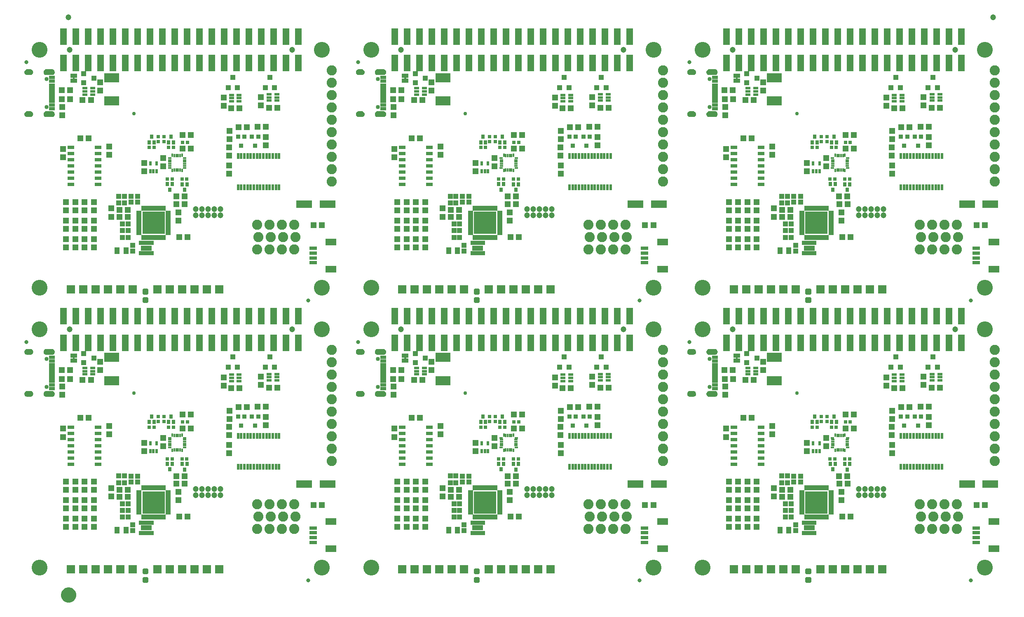
<source format=gts>
G04 EAGLE Gerber RS-274X export*
G75*
%MOMM*%
%FSLAX34Y34*%
%LPD*%
%INSoldermask Top*%
%IPPOS*%
%AMOC8*
5,1,8,0,0,1.08239X$1,22.5*%
G01*
%ADD10R,1.203200X1.303200*%
%ADD11R,1.303200X1.203200*%
%ADD12R,0.503200X1.203200*%
%ADD13R,3.203200X1.603200*%
%ADD14R,2.203200X1.403200*%
%ADD15R,1.553200X0.803200*%
%ADD16R,1.203200X0.503200*%
%ADD17R,1.203200X0.803200*%
%ADD18C,0.853200*%
%ADD19R,3.098800X1.879600*%
%ADD20R,1.473200X0.838200*%
%ADD21R,0.903200X0.903200*%
%ADD22R,1.003200X1.103200*%
%ADD23R,1.003200X0.603200*%
%ADD24R,1.103200X1.003200*%
%ADD25R,1.103200X1.053200*%
%ADD26R,1.053200X1.103200*%
%ADD27R,0.503200X0.903200*%
%ADD28R,2.203200X1.103200*%
%ADD29C,2.082800*%
%ADD30R,1.003200X1.403200*%
%ADD31C,0.505344*%
%ADD32R,0.487800X1.003200*%
%ADD33R,1.003200X0.487800*%
%ADD34R,4.603200X4.603200*%
%ADD35R,0.698200X0.453200*%
%ADD36R,0.803200X0.453200*%
%ADD37R,0.453200X0.698200*%
%ADD38R,0.453200X0.803200*%
%ADD39R,0.104000X0.453000*%
%ADD40R,0.453000X0.104000*%
%ADD41R,0.603200X0.953200*%
%ADD42R,0.663200X0.853200*%
%ADD43R,0.803200X0.803200*%
%ADD44R,1.727200X1.727200*%
%ADD45R,1.403200X0.803200*%
%ADD46C,1.203200*%
%ADD47R,1.473200X3.378200*%
%ADD48C,3.251200*%
%ADD49C,0.838200*%
%ADD50C,0.762000*%
%ADD51C,1.270000*%
%ADD52C,1.703200*%

G36*
X60304Y1048175D02*
X60304Y1048175D01*
X60307Y1048173D01*
X61429Y1048328D01*
X61434Y1048333D01*
X61438Y1048330D01*
X62509Y1048701D01*
X62513Y1048707D01*
X62518Y1048705D01*
X63495Y1049277D01*
X63498Y1049284D01*
X63503Y1049283D01*
X64350Y1050035D01*
X64352Y1050042D01*
X64357Y1050042D01*
X65041Y1050946D01*
X65041Y1050953D01*
X65046Y1050954D01*
X65541Y1051973D01*
X65539Y1051980D01*
X65544Y1051982D01*
X65831Y1053078D01*
X65829Y1053083D01*
X65831Y1053084D01*
X65829Y1053086D01*
X65832Y1053088D01*
X65899Y1054219D01*
X65897Y1054222D01*
X65899Y1054225D01*
X65832Y1055355D01*
X65827Y1055361D01*
X65831Y1055365D01*
X65544Y1056461D01*
X65538Y1056466D01*
X65541Y1056470D01*
X65046Y1057489D01*
X65040Y1057493D01*
X65041Y1057498D01*
X64357Y1058401D01*
X64350Y1058403D01*
X64350Y1058408D01*
X63503Y1059160D01*
X63496Y1059161D01*
X63495Y1059166D01*
X62518Y1059738D01*
X62511Y1059738D01*
X62509Y1059742D01*
X61438Y1060113D01*
X61432Y1060111D01*
X61429Y1060116D01*
X60307Y1060270D01*
X60302Y1060268D01*
X60300Y1060271D01*
X48300Y1060271D01*
X48295Y1060267D01*
X48292Y1060270D01*
X47025Y1060066D01*
X47019Y1060060D01*
X47015Y1060063D01*
X45825Y1059581D01*
X45821Y1059574D01*
X45815Y1059576D01*
X44762Y1058842D01*
X44760Y1058834D01*
X44754Y1058834D01*
X43891Y1057884D01*
X43890Y1057876D01*
X43885Y1057875D01*
X43255Y1056757D01*
X43256Y1056749D01*
X43250Y1056747D01*
X42885Y1055516D01*
X42888Y1055509D01*
X42883Y1055506D01*
X42801Y1054225D01*
X42804Y1054221D01*
X42801Y1054218D01*
X42883Y1052938D01*
X42889Y1052931D01*
X42885Y1052927D01*
X43250Y1051696D01*
X43257Y1051692D01*
X43255Y1051686D01*
X43885Y1050568D01*
X43892Y1050565D01*
X43891Y1050559D01*
X44754Y1049609D01*
X44762Y1049607D01*
X44762Y1049602D01*
X45815Y1048867D01*
X45823Y1048868D01*
X45825Y1048862D01*
X47015Y1048381D01*
X47022Y1048383D01*
X47025Y1048378D01*
X48292Y1048173D01*
X48297Y1048176D01*
X48300Y1048172D01*
X60300Y1048172D01*
X60304Y1048175D01*
G37*
G36*
X741304Y1048175D02*
X741304Y1048175D01*
X741306Y1048173D01*
X742428Y1048328D01*
X742434Y1048333D01*
X742438Y1048330D01*
X743508Y1048701D01*
X743512Y1048707D01*
X743517Y1048705D01*
X744495Y1049277D01*
X744498Y1049284D01*
X744503Y1049283D01*
X745350Y1050035D01*
X745351Y1050042D01*
X745356Y1050042D01*
X746040Y1050946D01*
X746040Y1050953D01*
X746045Y1050954D01*
X746540Y1051973D01*
X746539Y1051980D01*
X746544Y1051982D01*
X746830Y1053078D01*
X746828Y1053083D01*
X746830Y1053084D01*
X746829Y1053086D01*
X746832Y1053088D01*
X746899Y1054219D01*
X746896Y1054222D01*
X746899Y1054225D01*
X746832Y1055355D01*
X746827Y1055361D01*
X746830Y1055365D01*
X746544Y1056461D01*
X746538Y1056466D01*
X746540Y1056470D01*
X746045Y1057489D01*
X746039Y1057493D01*
X746040Y1057498D01*
X745356Y1058401D01*
X745349Y1058403D01*
X745350Y1058408D01*
X744503Y1059160D01*
X744495Y1059161D01*
X744495Y1059166D01*
X743517Y1059738D01*
X743510Y1059738D01*
X743508Y1059742D01*
X742438Y1060113D01*
X742431Y1060111D01*
X742428Y1060116D01*
X741306Y1060270D01*
X741302Y1060268D01*
X741299Y1060271D01*
X729299Y1060271D01*
X729295Y1060267D01*
X729292Y1060270D01*
X728025Y1060066D01*
X728019Y1060060D01*
X728014Y1060063D01*
X726824Y1059581D01*
X726820Y1059574D01*
X726814Y1059576D01*
X725762Y1058842D01*
X725759Y1058834D01*
X725753Y1058834D01*
X724891Y1057884D01*
X724890Y1057876D01*
X724884Y1057875D01*
X724254Y1056757D01*
X724255Y1056749D01*
X724250Y1056747D01*
X723885Y1055516D01*
X723887Y1055509D01*
X723883Y1055506D01*
X723800Y1054225D01*
X723803Y1054221D01*
X723800Y1054218D01*
X723883Y1052938D01*
X723888Y1052931D01*
X723885Y1052927D01*
X724250Y1051696D01*
X724256Y1051692D01*
X724254Y1051686D01*
X724884Y1050568D01*
X724892Y1050565D01*
X724891Y1050559D01*
X725753Y1049609D01*
X725762Y1049607D01*
X725762Y1049602D01*
X726814Y1048867D01*
X726823Y1048868D01*
X726824Y1048862D01*
X728014Y1048381D01*
X728022Y1048383D01*
X728025Y1048378D01*
X729292Y1048173D01*
X729297Y1048176D01*
X729299Y1048172D01*
X741299Y1048172D01*
X741304Y1048175D01*
G37*
G36*
X1422278Y1048175D02*
X1422278Y1048175D01*
X1422280Y1048173D01*
X1423402Y1048328D01*
X1423408Y1048333D01*
X1423412Y1048330D01*
X1424482Y1048701D01*
X1424486Y1048707D01*
X1424491Y1048705D01*
X1425469Y1049277D01*
X1425472Y1049284D01*
X1425477Y1049283D01*
X1426324Y1050035D01*
X1426325Y1050042D01*
X1426330Y1050042D01*
X1427014Y1050946D01*
X1427014Y1050953D01*
X1427019Y1050954D01*
X1427514Y1051973D01*
X1427513Y1051980D01*
X1427518Y1051982D01*
X1427804Y1053078D01*
X1427802Y1053083D01*
X1427804Y1053084D01*
X1427803Y1053086D01*
X1427806Y1053088D01*
X1427873Y1054219D01*
X1427870Y1054222D01*
X1427873Y1054225D01*
X1427806Y1055355D01*
X1427801Y1055361D01*
X1427804Y1055365D01*
X1427518Y1056461D01*
X1427512Y1056466D01*
X1427514Y1056470D01*
X1427019Y1057489D01*
X1427013Y1057493D01*
X1427014Y1057498D01*
X1426330Y1058401D01*
X1426323Y1058403D01*
X1426324Y1058408D01*
X1425477Y1059160D01*
X1425469Y1059161D01*
X1425469Y1059166D01*
X1424491Y1059738D01*
X1424484Y1059738D01*
X1424482Y1059742D01*
X1423412Y1060113D01*
X1423405Y1060111D01*
X1423402Y1060116D01*
X1422280Y1060270D01*
X1422276Y1060268D01*
X1422273Y1060271D01*
X1410273Y1060271D01*
X1410269Y1060267D01*
X1410266Y1060270D01*
X1408999Y1060066D01*
X1408993Y1060060D01*
X1408988Y1060063D01*
X1407798Y1059581D01*
X1407794Y1059574D01*
X1407788Y1059576D01*
X1406736Y1058842D01*
X1406733Y1058834D01*
X1406727Y1058834D01*
X1405865Y1057884D01*
X1405864Y1057876D01*
X1405858Y1057875D01*
X1405228Y1056757D01*
X1405229Y1056749D01*
X1405224Y1056747D01*
X1404859Y1055516D01*
X1404861Y1055509D01*
X1404857Y1055506D01*
X1404774Y1054225D01*
X1404777Y1054221D01*
X1404774Y1054218D01*
X1404857Y1052938D01*
X1404862Y1052931D01*
X1404859Y1052927D01*
X1405224Y1051696D01*
X1405230Y1051692D01*
X1405228Y1051686D01*
X1405858Y1050568D01*
X1405866Y1050565D01*
X1405865Y1050559D01*
X1406727Y1049609D01*
X1406736Y1049607D01*
X1406736Y1049602D01*
X1407788Y1048867D01*
X1407797Y1048868D01*
X1407798Y1048862D01*
X1408988Y1048381D01*
X1408996Y1048383D01*
X1408999Y1048378D01*
X1410266Y1048173D01*
X1410271Y1048176D01*
X1410273Y1048172D01*
X1422273Y1048172D01*
X1422278Y1048175D01*
G37*
G36*
X1422278Y961775D02*
X1422278Y961775D01*
X1422280Y961773D01*
X1423402Y961928D01*
X1423408Y961933D01*
X1423412Y961930D01*
X1424482Y962301D01*
X1424486Y962307D01*
X1424491Y962305D01*
X1425469Y962877D01*
X1425472Y962884D01*
X1425477Y962883D01*
X1426324Y963635D01*
X1426325Y963642D01*
X1426330Y963642D01*
X1427014Y964546D01*
X1427014Y964553D01*
X1427019Y964554D01*
X1427514Y965573D01*
X1427513Y965580D01*
X1427518Y965582D01*
X1427804Y966678D01*
X1427802Y966683D01*
X1427804Y966684D01*
X1427803Y966686D01*
X1427806Y966688D01*
X1427873Y967819D01*
X1427870Y967822D01*
X1427873Y967825D01*
X1427806Y968955D01*
X1427801Y968961D01*
X1427804Y968965D01*
X1427518Y970061D01*
X1427512Y970066D01*
X1427514Y970070D01*
X1427019Y971089D01*
X1427013Y971093D01*
X1427014Y971098D01*
X1426330Y972001D01*
X1426323Y972003D01*
X1426324Y972008D01*
X1425477Y972760D01*
X1425469Y972761D01*
X1425469Y972766D01*
X1424491Y973338D01*
X1424484Y973338D01*
X1424482Y973342D01*
X1423412Y973713D01*
X1423405Y973711D01*
X1423402Y973716D01*
X1422280Y973870D01*
X1422276Y973868D01*
X1422273Y973871D01*
X1410273Y973871D01*
X1410269Y973867D01*
X1410266Y973870D01*
X1408999Y973666D01*
X1408993Y973660D01*
X1408988Y973663D01*
X1407798Y973181D01*
X1407794Y973174D01*
X1407788Y973176D01*
X1406736Y972442D01*
X1406733Y972434D01*
X1406727Y972434D01*
X1405865Y971484D01*
X1405864Y971476D01*
X1405858Y971475D01*
X1405228Y970357D01*
X1405229Y970349D01*
X1405224Y970347D01*
X1404859Y969116D01*
X1404861Y969109D01*
X1404857Y969106D01*
X1404774Y967825D01*
X1404777Y967821D01*
X1404774Y967818D01*
X1404857Y966538D01*
X1404862Y966531D01*
X1404859Y966527D01*
X1405224Y965296D01*
X1405230Y965292D01*
X1405228Y965286D01*
X1405858Y964168D01*
X1405866Y964165D01*
X1405865Y964159D01*
X1406727Y963209D01*
X1406736Y963207D01*
X1406736Y963202D01*
X1407788Y962467D01*
X1407797Y962468D01*
X1407798Y962462D01*
X1408988Y961981D01*
X1408996Y961983D01*
X1408999Y961978D01*
X1410266Y961773D01*
X1410271Y961776D01*
X1410273Y961772D01*
X1422273Y961772D01*
X1422278Y961775D01*
G37*
G36*
X60304Y961775D02*
X60304Y961775D01*
X60307Y961773D01*
X61429Y961928D01*
X61434Y961933D01*
X61438Y961930D01*
X62509Y962301D01*
X62513Y962307D01*
X62518Y962305D01*
X63495Y962877D01*
X63498Y962884D01*
X63503Y962883D01*
X64350Y963635D01*
X64352Y963642D01*
X64357Y963642D01*
X65041Y964546D01*
X65041Y964553D01*
X65046Y964554D01*
X65541Y965573D01*
X65539Y965580D01*
X65544Y965582D01*
X65831Y966678D01*
X65829Y966683D01*
X65831Y966684D01*
X65829Y966686D01*
X65832Y966688D01*
X65899Y967819D01*
X65897Y967822D01*
X65899Y967825D01*
X65832Y968955D01*
X65827Y968961D01*
X65831Y968965D01*
X65544Y970061D01*
X65538Y970066D01*
X65541Y970070D01*
X65046Y971089D01*
X65040Y971093D01*
X65041Y971098D01*
X64357Y972001D01*
X64350Y972003D01*
X64350Y972008D01*
X63503Y972760D01*
X63496Y972761D01*
X63495Y972766D01*
X62518Y973338D01*
X62511Y973338D01*
X62509Y973342D01*
X61438Y973713D01*
X61432Y973711D01*
X61429Y973716D01*
X60307Y973870D01*
X60302Y973868D01*
X60300Y973871D01*
X48300Y973871D01*
X48295Y973867D01*
X48292Y973870D01*
X47025Y973666D01*
X47019Y973660D01*
X47015Y973663D01*
X45825Y973181D01*
X45821Y973174D01*
X45815Y973176D01*
X44762Y972442D01*
X44760Y972434D01*
X44754Y972434D01*
X43891Y971484D01*
X43890Y971476D01*
X43885Y971475D01*
X43255Y970357D01*
X43256Y970349D01*
X43250Y970347D01*
X42885Y969116D01*
X42888Y969109D01*
X42883Y969106D01*
X42801Y967825D01*
X42804Y967821D01*
X42801Y967818D01*
X42883Y966538D01*
X42889Y966531D01*
X42885Y966527D01*
X43250Y965296D01*
X43257Y965292D01*
X43255Y965286D01*
X43885Y964168D01*
X43892Y964165D01*
X43891Y964159D01*
X44754Y963209D01*
X44762Y963207D01*
X44762Y963202D01*
X45815Y962467D01*
X45823Y962468D01*
X45825Y962462D01*
X47015Y961981D01*
X47022Y961983D01*
X47025Y961978D01*
X48292Y961773D01*
X48297Y961776D01*
X48300Y961772D01*
X60300Y961772D01*
X60304Y961775D01*
G37*
G36*
X741304Y961775D02*
X741304Y961775D01*
X741306Y961773D01*
X742428Y961928D01*
X742434Y961933D01*
X742438Y961930D01*
X743508Y962301D01*
X743512Y962307D01*
X743517Y962305D01*
X744495Y962877D01*
X744498Y962884D01*
X744503Y962883D01*
X745350Y963635D01*
X745351Y963642D01*
X745356Y963642D01*
X746040Y964546D01*
X746040Y964553D01*
X746045Y964554D01*
X746540Y965573D01*
X746539Y965580D01*
X746544Y965582D01*
X746830Y966678D01*
X746828Y966683D01*
X746830Y966684D01*
X746829Y966686D01*
X746832Y966688D01*
X746899Y967819D01*
X746896Y967822D01*
X746899Y967825D01*
X746832Y968955D01*
X746827Y968961D01*
X746830Y968965D01*
X746544Y970061D01*
X746538Y970066D01*
X746540Y970070D01*
X746045Y971089D01*
X746039Y971093D01*
X746040Y971098D01*
X745356Y972001D01*
X745349Y972003D01*
X745350Y972008D01*
X744503Y972760D01*
X744495Y972761D01*
X744495Y972766D01*
X743517Y973338D01*
X743510Y973338D01*
X743508Y973342D01*
X742438Y973713D01*
X742431Y973711D01*
X742428Y973716D01*
X741306Y973870D01*
X741302Y973868D01*
X741299Y973871D01*
X729299Y973871D01*
X729295Y973867D01*
X729292Y973870D01*
X728025Y973666D01*
X728019Y973660D01*
X728014Y973663D01*
X726824Y973181D01*
X726820Y973174D01*
X726814Y973176D01*
X725762Y972442D01*
X725759Y972434D01*
X725753Y972434D01*
X724891Y971484D01*
X724890Y971476D01*
X724884Y971475D01*
X724254Y970357D01*
X724255Y970349D01*
X724250Y970347D01*
X723885Y969116D01*
X723887Y969109D01*
X723883Y969106D01*
X723800Y967825D01*
X723803Y967821D01*
X723800Y967818D01*
X723883Y966538D01*
X723888Y966531D01*
X723885Y966527D01*
X724250Y965296D01*
X724256Y965292D01*
X724254Y965286D01*
X724884Y964168D01*
X724892Y964165D01*
X724891Y964159D01*
X725753Y963209D01*
X725762Y963207D01*
X725762Y963202D01*
X726814Y962467D01*
X726823Y962468D01*
X726824Y962462D01*
X728014Y961981D01*
X728022Y961983D01*
X728025Y961978D01*
X729292Y961773D01*
X729297Y961776D01*
X729299Y961772D01*
X741299Y961772D01*
X741304Y961775D01*
G37*
G36*
X741304Y472764D02*
X741304Y472764D01*
X741306Y472761D01*
X742428Y472916D01*
X742434Y472921D01*
X742438Y472918D01*
X743508Y473289D01*
X743512Y473295D01*
X743517Y473293D01*
X744495Y473866D01*
X744498Y473872D01*
X744503Y473871D01*
X745350Y474624D01*
X745351Y474631D01*
X745356Y474631D01*
X746040Y475534D01*
X746040Y475541D01*
X746045Y475542D01*
X746540Y476561D01*
X746539Y476568D01*
X746544Y476570D01*
X746830Y477667D01*
X746828Y477671D01*
X746830Y477672D01*
X746829Y477674D01*
X746832Y477676D01*
X746899Y478807D01*
X746896Y478811D01*
X746899Y478813D01*
X746832Y479944D01*
X746827Y479949D01*
X746830Y479953D01*
X746544Y481050D01*
X746538Y481054D01*
X746540Y481059D01*
X746045Y482078D01*
X746039Y482081D01*
X746040Y482086D01*
X745356Y482989D01*
X745349Y482991D01*
X745350Y482996D01*
X744503Y483749D01*
X744495Y483749D01*
X744495Y483754D01*
X743517Y484327D01*
X743510Y484326D01*
X743508Y484331D01*
X742438Y484702D01*
X742431Y484699D01*
X742428Y484704D01*
X741306Y484859D01*
X741302Y484856D01*
X741299Y484859D01*
X729299Y484859D01*
X729295Y484856D01*
X729292Y484859D01*
X728025Y484654D01*
X728019Y484648D01*
X728014Y484651D01*
X726824Y484169D01*
X726820Y484162D01*
X726814Y484164D01*
X725762Y483430D01*
X725759Y483422D01*
X725753Y483423D01*
X724891Y482473D01*
X724890Y482464D01*
X724884Y482464D01*
X724254Y481345D01*
X724255Y481337D01*
X724250Y481335D01*
X723885Y480105D01*
X723887Y480097D01*
X723883Y480094D01*
X723800Y478813D01*
X723803Y478809D01*
X723800Y478807D01*
X723883Y477526D01*
X723888Y477520D01*
X723885Y477515D01*
X724250Y476285D01*
X724256Y476280D01*
X724254Y476275D01*
X724884Y475156D01*
X724892Y475153D01*
X724891Y475147D01*
X725753Y474197D01*
X725762Y474196D01*
X725762Y474190D01*
X726814Y473456D01*
X726823Y473456D01*
X726824Y473451D01*
X728014Y472969D01*
X728022Y472971D01*
X728025Y472966D01*
X729292Y472761D01*
X729297Y472764D01*
X729299Y472761D01*
X741299Y472761D01*
X741304Y472764D01*
G37*
G36*
X60304Y472764D02*
X60304Y472764D01*
X60307Y472761D01*
X61429Y472916D01*
X61434Y472921D01*
X61438Y472918D01*
X62509Y473289D01*
X62513Y473295D01*
X62518Y473293D01*
X63495Y473866D01*
X63498Y473872D01*
X63503Y473871D01*
X64350Y474624D01*
X64352Y474631D01*
X64357Y474631D01*
X65041Y475534D01*
X65041Y475541D01*
X65046Y475542D01*
X65541Y476561D01*
X65539Y476568D01*
X65544Y476570D01*
X65831Y477667D01*
X65829Y477671D01*
X65831Y477672D01*
X65829Y477674D01*
X65832Y477676D01*
X65899Y478807D01*
X65897Y478811D01*
X65899Y478813D01*
X65832Y479944D01*
X65827Y479949D01*
X65831Y479953D01*
X65544Y481050D01*
X65538Y481054D01*
X65541Y481059D01*
X65046Y482078D01*
X65040Y482081D01*
X65041Y482086D01*
X64357Y482989D01*
X64350Y482991D01*
X64350Y482996D01*
X63503Y483749D01*
X63496Y483749D01*
X63495Y483754D01*
X62518Y484327D01*
X62511Y484326D01*
X62509Y484331D01*
X61438Y484702D01*
X61432Y484699D01*
X61429Y484704D01*
X60307Y484859D01*
X60302Y484856D01*
X60300Y484859D01*
X48300Y484859D01*
X48295Y484856D01*
X48292Y484859D01*
X47025Y484654D01*
X47019Y484648D01*
X47015Y484651D01*
X45825Y484169D01*
X45821Y484162D01*
X45815Y484164D01*
X44762Y483430D01*
X44760Y483422D01*
X44754Y483423D01*
X43891Y482473D01*
X43890Y482464D01*
X43885Y482464D01*
X43255Y481345D01*
X43256Y481337D01*
X43250Y481335D01*
X42885Y480105D01*
X42888Y480097D01*
X42883Y480094D01*
X42801Y478813D01*
X42804Y478809D01*
X42801Y478807D01*
X42883Y477526D01*
X42889Y477520D01*
X42885Y477515D01*
X43250Y476285D01*
X43257Y476280D01*
X43255Y476275D01*
X43885Y475156D01*
X43892Y475153D01*
X43891Y475147D01*
X44754Y474197D01*
X44762Y474196D01*
X44762Y474190D01*
X45815Y473456D01*
X45823Y473456D01*
X45825Y473451D01*
X47015Y472969D01*
X47022Y472971D01*
X47025Y472966D01*
X48292Y472761D01*
X48297Y472764D01*
X48300Y472761D01*
X60300Y472761D01*
X60304Y472764D01*
G37*
G36*
X1422278Y472764D02*
X1422278Y472764D01*
X1422280Y472761D01*
X1423402Y472916D01*
X1423408Y472921D01*
X1423412Y472918D01*
X1424482Y473289D01*
X1424486Y473295D01*
X1424491Y473293D01*
X1425469Y473866D01*
X1425472Y473872D01*
X1425477Y473871D01*
X1426324Y474624D01*
X1426325Y474631D01*
X1426330Y474631D01*
X1427014Y475534D01*
X1427014Y475541D01*
X1427019Y475542D01*
X1427514Y476561D01*
X1427513Y476568D01*
X1427518Y476570D01*
X1427804Y477667D01*
X1427802Y477671D01*
X1427804Y477672D01*
X1427803Y477674D01*
X1427806Y477676D01*
X1427873Y478807D01*
X1427870Y478811D01*
X1427873Y478813D01*
X1427806Y479944D01*
X1427801Y479949D01*
X1427804Y479953D01*
X1427518Y481050D01*
X1427512Y481054D01*
X1427514Y481059D01*
X1427019Y482078D01*
X1427013Y482081D01*
X1427014Y482086D01*
X1426330Y482989D01*
X1426323Y482991D01*
X1426324Y482996D01*
X1425477Y483749D01*
X1425469Y483749D01*
X1425469Y483754D01*
X1424491Y484327D01*
X1424484Y484326D01*
X1424482Y484331D01*
X1423412Y484702D01*
X1423405Y484699D01*
X1423402Y484704D01*
X1422280Y484859D01*
X1422276Y484856D01*
X1422273Y484859D01*
X1410273Y484859D01*
X1410269Y484856D01*
X1410266Y484859D01*
X1408999Y484654D01*
X1408993Y484648D01*
X1408988Y484651D01*
X1407798Y484169D01*
X1407794Y484162D01*
X1407788Y484164D01*
X1406736Y483430D01*
X1406733Y483422D01*
X1406727Y483423D01*
X1405865Y482473D01*
X1405864Y482464D01*
X1405858Y482464D01*
X1405228Y481345D01*
X1405229Y481337D01*
X1405224Y481335D01*
X1404859Y480105D01*
X1404861Y480097D01*
X1404857Y480094D01*
X1404774Y478813D01*
X1404777Y478809D01*
X1404774Y478807D01*
X1404857Y477526D01*
X1404862Y477520D01*
X1404859Y477515D01*
X1405224Y476285D01*
X1405230Y476280D01*
X1405228Y476275D01*
X1405858Y475156D01*
X1405866Y475153D01*
X1405865Y475147D01*
X1406727Y474197D01*
X1406736Y474196D01*
X1406736Y474190D01*
X1407788Y473456D01*
X1407797Y473456D01*
X1407798Y473451D01*
X1408988Y472969D01*
X1408996Y472971D01*
X1408999Y472966D01*
X1410266Y472761D01*
X1410271Y472764D01*
X1410273Y472761D01*
X1422273Y472761D01*
X1422278Y472764D01*
G37*
G36*
X60304Y386364D02*
X60304Y386364D01*
X60307Y386361D01*
X61429Y386516D01*
X61434Y386521D01*
X61438Y386518D01*
X62509Y386889D01*
X62513Y386895D01*
X62518Y386893D01*
X63495Y387466D01*
X63498Y387472D01*
X63503Y387471D01*
X64350Y388224D01*
X64352Y388231D01*
X64357Y388231D01*
X65041Y389134D01*
X65041Y389141D01*
X65046Y389142D01*
X65541Y390161D01*
X65539Y390168D01*
X65544Y390170D01*
X65831Y391267D01*
X65829Y391271D01*
X65831Y391272D01*
X65829Y391274D01*
X65832Y391276D01*
X65899Y392407D01*
X65897Y392411D01*
X65899Y392413D01*
X65832Y393544D01*
X65827Y393549D01*
X65831Y393553D01*
X65544Y394650D01*
X65538Y394654D01*
X65541Y394659D01*
X65046Y395678D01*
X65040Y395681D01*
X65041Y395686D01*
X64357Y396589D01*
X64350Y396591D01*
X64350Y396596D01*
X63503Y397349D01*
X63496Y397349D01*
X63495Y397354D01*
X62518Y397927D01*
X62511Y397926D01*
X62509Y397931D01*
X61438Y398302D01*
X61432Y398299D01*
X61429Y398304D01*
X60307Y398459D01*
X60302Y398456D01*
X60300Y398459D01*
X48300Y398459D01*
X48295Y398456D01*
X48292Y398459D01*
X47025Y398254D01*
X47019Y398248D01*
X47015Y398251D01*
X45825Y397769D01*
X45821Y397762D01*
X45815Y397764D01*
X44762Y397030D01*
X44760Y397022D01*
X44754Y397023D01*
X43891Y396073D01*
X43890Y396064D01*
X43885Y396064D01*
X43255Y394945D01*
X43256Y394937D01*
X43250Y394935D01*
X42885Y393705D01*
X42888Y393697D01*
X42883Y393694D01*
X42801Y392413D01*
X42804Y392409D01*
X42801Y392407D01*
X42883Y391126D01*
X42889Y391120D01*
X42885Y391115D01*
X43250Y389885D01*
X43257Y389880D01*
X43255Y389875D01*
X43885Y388756D01*
X43892Y388753D01*
X43891Y388747D01*
X44754Y387797D01*
X44762Y387796D01*
X44762Y387790D01*
X45815Y387056D01*
X45823Y387056D01*
X45825Y387051D01*
X47015Y386569D01*
X47022Y386571D01*
X47025Y386566D01*
X48292Y386361D01*
X48297Y386364D01*
X48300Y386361D01*
X60300Y386361D01*
X60304Y386364D01*
G37*
G36*
X741304Y386364D02*
X741304Y386364D01*
X741306Y386361D01*
X742428Y386516D01*
X742434Y386521D01*
X742438Y386518D01*
X743508Y386889D01*
X743512Y386895D01*
X743517Y386893D01*
X744495Y387466D01*
X744498Y387472D01*
X744503Y387471D01*
X745350Y388224D01*
X745351Y388231D01*
X745356Y388231D01*
X746040Y389134D01*
X746040Y389141D01*
X746045Y389142D01*
X746540Y390161D01*
X746539Y390168D01*
X746544Y390170D01*
X746830Y391267D01*
X746828Y391271D01*
X746830Y391272D01*
X746829Y391274D01*
X746832Y391276D01*
X746899Y392407D01*
X746896Y392411D01*
X746899Y392413D01*
X746832Y393544D01*
X746827Y393549D01*
X746830Y393553D01*
X746544Y394650D01*
X746538Y394654D01*
X746540Y394659D01*
X746045Y395678D01*
X746039Y395681D01*
X746040Y395686D01*
X745356Y396589D01*
X745349Y396591D01*
X745350Y396596D01*
X744503Y397349D01*
X744495Y397349D01*
X744495Y397354D01*
X743517Y397927D01*
X743510Y397926D01*
X743508Y397931D01*
X742438Y398302D01*
X742431Y398299D01*
X742428Y398304D01*
X741306Y398459D01*
X741302Y398456D01*
X741299Y398459D01*
X729299Y398459D01*
X729295Y398456D01*
X729292Y398459D01*
X728025Y398254D01*
X728019Y398248D01*
X728014Y398251D01*
X726824Y397769D01*
X726820Y397762D01*
X726814Y397764D01*
X725762Y397030D01*
X725759Y397022D01*
X725753Y397023D01*
X724891Y396073D01*
X724890Y396064D01*
X724884Y396064D01*
X724254Y394945D01*
X724255Y394937D01*
X724250Y394935D01*
X723885Y393705D01*
X723887Y393697D01*
X723883Y393694D01*
X723800Y392413D01*
X723803Y392409D01*
X723800Y392407D01*
X723883Y391126D01*
X723888Y391120D01*
X723885Y391115D01*
X724250Y389885D01*
X724256Y389880D01*
X724254Y389875D01*
X724884Y388756D01*
X724892Y388753D01*
X724891Y388747D01*
X725753Y387797D01*
X725762Y387796D01*
X725762Y387790D01*
X726814Y387056D01*
X726823Y387056D01*
X726824Y387051D01*
X728014Y386569D01*
X728022Y386571D01*
X728025Y386566D01*
X729292Y386361D01*
X729297Y386364D01*
X729299Y386361D01*
X741299Y386361D01*
X741304Y386364D01*
G37*
G36*
X1422278Y386364D02*
X1422278Y386364D01*
X1422280Y386361D01*
X1423402Y386516D01*
X1423408Y386521D01*
X1423412Y386518D01*
X1424482Y386889D01*
X1424486Y386895D01*
X1424491Y386893D01*
X1425469Y387466D01*
X1425472Y387472D01*
X1425477Y387471D01*
X1426324Y388224D01*
X1426325Y388231D01*
X1426330Y388231D01*
X1427014Y389134D01*
X1427014Y389141D01*
X1427019Y389142D01*
X1427514Y390161D01*
X1427513Y390168D01*
X1427518Y390170D01*
X1427804Y391267D01*
X1427802Y391271D01*
X1427804Y391272D01*
X1427803Y391274D01*
X1427806Y391276D01*
X1427873Y392407D01*
X1427870Y392411D01*
X1427873Y392413D01*
X1427806Y393544D01*
X1427801Y393549D01*
X1427804Y393553D01*
X1427518Y394650D01*
X1427512Y394654D01*
X1427514Y394659D01*
X1427019Y395678D01*
X1427013Y395681D01*
X1427014Y395686D01*
X1426330Y396589D01*
X1426323Y396591D01*
X1426324Y396596D01*
X1425477Y397349D01*
X1425469Y397349D01*
X1425469Y397354D01*
X1424491Y397927D01*
X1424484Y397926D01*
X1424482Y397931D01*
X1423412Y398302D01*
X1423405Y398299D01*
X1423402Y398304D01*
X1422280Y398459D01*
X1422276Y398456D01*
X1422273Y398459D01*
X1410273Y398459D01*
X1410269Y398456D01*
X1410266Y398459D01*
X1408999Y398254D01*
X1408993Y398248D01*
X1408988Y398251D01*
X1407798Y397769D01*
X1407794Y397762D01*
X1407788Y397764D01*
X1406736Y397030D01*
X1406733Y397022D01*
X1406727Y397023D01*
X1405865Y396073D01*
X1405864Y396064D01*
X1405858Y396064D01*
X1405228Y394945D01*
X1405229Y394937D01*
X1405224Y394935D01*
X1404859Y393705D01*
X1404861Y393697D01*
X1404857Y393694D01*
X1404774Y392413D01*
X1404777Y392409D01*
X1404774Y392407D01*
X1404857Y391126D01*
X1404862Y391120D01*
X1404859Y391115D01*
X1405224Y389885D01*
X1405230Y389880D01*
X1405228Y389875D01*
X1405858Y388756D01*
X1405866Y388753D01*
X1405865Y388747D01*
X1406727Y387797D01*
X1406736Y387796D01*
X1406736Y387790D01*
X1407788Y387056D01*
X1407797Y387056D01*
X1407798Y387051D01*
X1408988Y386569D01*
X1408996Y386571D01*
X1408999Y386566D01*
X1410266Y386361D01*
X1410271Y386364D01*
X1410273Y386361D01*
X1422273Y386361D01*
X1422278Y386364D01*
G37*
G36*
X1377476Y1048175D02*
X1377476Y1048175D01*
X1377478Y1048173D01*
X1378654Y1048283D01*
X1378659Y1048288D01*
X1378663Y1048285D01*
X1379795Y1048623D01*
X1379799Y1048629D01*
X1379804Y1048627D01*
X1380848Y1049180D01*
X1380851Y1049186D01*
X1380856Y1049185D01*
X1381772Y1049930D01*
X1381774Y1049937D01*
X1381779Y1049937D01*
X1382532Y1050847D01*
X1382532Y1050854D01*
X1382537Y1050855D01*
X1383099Y1051894D01*
X1383098Y1051899D01*
X1383101Y1051902D01*
X1383101Y1051903D01*
X1383102Y1051903D01*
X1383450Y1053032D01*
X1383449Y1053034D01*
X1383450Y1053035D01*
X1383448Y1053039D01*
X1383447Y1053039D01*
X1383452Y1053042D01*
X1383572Y1054217D01*
X1383568Y1054223D01*
X1383572Y1054227D01*
X1383416Y1055567D01*
X1383410Y1055573D01*
X1383413Y1055578D01*
X1382962Y1056850D01*
X1382955Y1056854D01*
X1382958Y1056860D01*
X1382235Y1057999D01*
X1382227Y1058002D01*
X1382228Y1058008D01*
X1381270Y1058958D01*
X1381262Y1058959D01*
X1381261Y1058965D01*
X1380116Y1059678D01*
X1380108Y1059677D01*
X1380106Y1059682D01*
X1378831Y1060123D01*
X1378823Y1060120D01*
X1378820Y1060125D01*
X1377479Y1060271D01*
X1377475Y1060268D01*
X1377473Y1060271D01*
X1371473Y1060271D01*
X1371470Y1060268D01*
X1371468Y1060271D01*
X1370139Y1060115D01*
X1370133Y1060109D01*
X1370128Y1060113D01*
X1368867Y1059665D01*
X1368862Y1059659D01*
X1368857Y1059661D01*
X1367727Y1058944D01*
X1367724Y1058936D01*
X1367719Y1058937D01*
X1366776Y1057987D01*
X1366775Y1057979D01*
X1366770Y1057978D01*
X1366062Y1056843D01*
X1366063Y1056834D01*
X1366058Y1056833D01*
X1365621Y1055568D01*
X1365624Y1055560D01*
X1365619Y1055557D01*
X1365474Y1054227D01*
X1365478Y1054221D01*
X1365474Y1054217D01*
X1365584Y1053051D01*
X1365589Y1053046D01*
X1365586Y1053041D01*
X1365921Y1051919D01*
X1365927Y1051915D01*
X1365925Y1051910D01*
X1366473Y1050875D01*
X1366480Y1050872D01*
X1366478Y1050867D01*
X1367218Y1049958D01*
X1367225Y1049957D01*
X1367224Y1049951D01*
X1368127Y1049205D01*
X1368134Y1049204D01*
X1368135Y1049199D01*
X1369165Y1048643D01*
X1369173Y1048644D01*
X1369174Y1048639D01*
X1370294Y1048294D01*
X1370301Y1048297D01*
X1370303Y1048292D01*
X1371468Y1048173D01*
X1371472Y1048175D01*
X1371473Y1048172D01*
X1377473Y1048172D01*
X1377476Y1048175D01*
G37*
G36*
X15503Y1048175D02*
X15503Y1048175D01*
X15505Y1048173D01*
X16681Y1048283D01*
X16686Y1048288D01*
X16690Y1048285D01*
X17822Y1048623D01*
X17826Y1048629D01*
X17831Y1048627D01*
X18875Y1049180D01*
X18878Y1049186D01*
X18883Y1049185D01*
X19799Y1049930D01*
X19800Y1049937D01*
X19806Y1049937D01*
X20559Y1050847D01*
X20559Y1050854D01*
X20564Y1050855D01*
X21125Y1051894D01*
X21124Y1051899D01*
X21128Y1051902D01*
X21127Y1051903D01*
X21129Y1051903D01*
X21476Y1053032D01*
X21476Y1053034D01*
X21477Y1053035D01*
X21474Y1053039D01*
X21478Y1053042D01*
X21599Y1054217D01*
X21595Y1054223D01*
X21599Y1054227D01*
X21442Y1055567D01*
X21437Y1055573D01*
X21440Y1055578D01*
X20989Y1056850D01*
X20982Y1056854D01*
X20984Y1056860D01*
X20262Y1057999D01*
X20254Y1058002D01*
X20255Y1058008D01*
X19297Y1058958D01*
X19289Y1058959D01*
X19288Y1058965D01*
X18143Y1059678D01*
X18135Y1059677D01*
X18133Y1059682D01*
X16857Y1060123D01*
X16850Y1060120D01*
X16847Y1060125D01*
X15505Y1060271D01*
X15502Y1060268D01*
X15500Y1060271D01*
X9500Y1060271D01*
X9497Y1060268D01*
X9494Y1060271D01*
X8165Y1060115D01*
X8159Y1060109D01*
X8155Y1060113D01*
X6894Y1059665D01*
X6889Y1059659D01*
X6884Y1059661D01*
X5754Y1058944D01*
X5751Y1058936D01*
X5745Y1058937D01*
X4803Y1057987D01*
X4802Y1057979D01*
X4796Y1057978D01*
X4089Y1056843D01*
X4090Y1056834D01*
X4084Y1056833D01*
X3648Y1055568D01*
X3650Y1055560D01*
X3645Y1055557D01*
X3501Y1054227D01*
X3505Y1054221D01*
X3501Y1054217D01*
X3611Y1053051D01*
X3616Y1053046D01*
X3613Y1053041D01*
X3948Y1051919D01*
X3954Y1051915D01*
X3952Y1051910D01*
X4500Y1050875D01*
X4506Y1050872D01*
X4505Y1050867D01*
X5244Y1049958D01*
X5251Y1049957D01*
X5251Y1049951D01*
X6153Y1049205D01*
X6161Y1049204D01*
X6161Y1049199D01*
X7192Y1048643D01*
X7199Y1048644D01*
X7201Y1048639D01*
X8320Y1048294D01*
X8327Y1048297D01*
X8330Y1048292D01*
X9495Y1048173D01*
X9498Y1048175D01*
X9500Y1048172D01*
X15500Y1048172D01*
X15503Y1048175D01*
G37*
G36*
X696502Y1048175D02*
X696502Y1048175D01*
X696504Y1048173D01*
X697680Y1048283D01*
X697685Y1048288D01*
X697689Y1048285D01*
X698821Y1048623D01*
X698825Y1048629D01*
X698830Y1048627D01*
X699874Y1049180D01*
X699877Y1049186D01*
X699882Y1049185D01*
X700798Y1049930D01*
X700800Y1049937D01*
X700805Y1049937D01*
X701558Y1050847D01*
X701558Y1050854D01*
X701563Y1050855D01*
X702125Y1051894D01*
X702124Y1051899D01*
X702127Y1051902D01*
X702127Y1051903D01*
X702128Y1051903D01*
X702476Y1053032D01*
X702475Y1053034D01*
X702476Y1053035D01*
X702474Y1053039D01*
X702473Y1053039D01*
X702478Y1053042D01*
X702598Y1054217D01*
X702594Y1054223D01*
X702598Y1054227D01*
X702442Y1055567D01*
X702436Y1055573D01*
X702439Y1055578D01*
X701988Y1056850D01*
X701981Y1056854D01*
X701984Y1056860D01*
X701261Y1057999D01*
X701253Y1058002D01*
X701254Y1058008D01*
X700296Y1058958D01*
X700288Y1058959D01*
X700287Y1058965D01*
X699142Y1059678D01*
X699134Y1059677D01*
X699132Y1059682D01*
X697857Y1060123D01*
X697849Y1060120D01*
X697846Y1060125D01*
X696505Y1060271D01*
X696501Y1060268D01*
X696499Y1060271D01*
X690499Y1060271D01*
X690496Y1060268D01*
X690494Y1060271D01*
X689165Y1060115D01*
X689159Y1060109D01*
X689154Y1060113D01*
X687893Y1059665D01*
X687888Y1059659D01*
X687883Y1059661D01*
X686753Y1058944D01*
X686750Y1058936D01*
X686745Y1058937D01*
X685802Y1057987D01*
X685801Y1057979D01*
X685796Y1057978D01*
X685088Y1056843D01*
X685089Y1056834D01*
X685084Y1056833D01*
X684647Y1055568D01*
X684650Y1055560D01*
X684645Y1055557D01*
X684500Y1054227D01*
X684504Y1054221D01*
X684500Y1054217D01*
X684610Y1053051D01*
X684615Y1053046D01*
X684612Y1053041D01*
X684947Y1051919D01*
X684953Y1051915D01*
X684951Y1051910D01*
X685499Y1050875D01*
X685506Y1050872D01*
X685504Y1050867D01*
X686244Y1049958D01*
X686251Y1049957D01*
X686250Y1049951D01*
X687153Y1049205D01*
X687160Y1049204D01*
X687161Y1049199D01*
X688191Y1048643D01*
X688199Y1048644D01*
X688200Y1048639D01*
X689320Y1048294D01*
X689327Y1048297D01*
X689329Y1048292D01*
X690494Y1048173D01*
X690498Y1048175D01*
X690499Y1048172D01*
X696499Y1048172D01*
X696502Y1048175D01*
G37*
G36*
X1377476Y961775D02*
X1377476Y961775D01*
X1377478Y961773D01*
X1378654Y961883D01*
X1378659Y961888D01*
X1378663Y961885D01*
X1379795Y962223D01*
X1379799Y962229D01*
X1379804Y962227D01*
X1380848Y962780D01*
X1380851Y962786D01*
X1380856Y962785D01*
X1381772Y963530D01*
X1381774Y963537D01*
X1381779Y963537D01*
X1382532Y964447D01*
X1382532Y964454D01*
X1382537Y964455D01*
X1383099Y965494D01*
X1383098Y965499D01*
X1383101Y965502D01*
X1383101Y965503D01*
X1383102Y965503D01*
X1383450Y966632D01*
X1383449Y966634D01*
X1383450Y966635D01*
X1383448Y966639D01*
X1383447Y966639D01*
X1383452Y966642D01*
X1383572Y967817D01*
X1383568Y967823D01*
X1383572Y967827D01*
X1383416Y969167D01*
X1383410Y969173D01*
X1383413Y969178D01*
X1382962Y970450D01*
X1382955Y970454D01*
X1382958Y970460D01*
X1382235Y971599D01*
X1382227Y971602D01*
X1382228Y971608D01*
X1381270Y972558D01*
X1381262Y972559D01*
X1381261Y972565D01*
X1380116Y973278D01*
X1380108Y973277D01*
X1380106Y973282D01*
X1378831Y973723D01*
X1378823Y973720D01*
X1378820Y973725D01*
X1377479Y973871D01*
X1377475Y973868D01*
X1377473Y973871D01*
X1371473Y973871D01*
X1371470Y973868D01*
X1371468Y973871D01*
X1370139Y973715D01*
X1370133Y973709D01*
X1370128Y973713D01*
X1368867Y973265D01*
X1368862Y973259D01*
X1368857Y973261D01*
X1367727Y972544D01*
X1367724Y972536D01*
X1367719Y972537D01*
X1366776Y971587D01*
X1366775Y971579D01*
X1366770Y971578D01*
X1366062Y970443D01*
X1366063Y970434D01*
X1366058Y970433D01*
X1365621Y969168D01*
X1365624Y969160D01*
X1365619Y969157D01*
X1365474Y967827D01*
X1365478Y967821D01*
X1365474Y967817D01*
X1365584Y966651D01*
X1365589Y966646D01*
X1365586Y966641D01*
X1365921Y965519D01*
X1365927Y965515D01*
X1365925Y965510D01*
X1366473Y964475D01*
X1366480Y964472D01*
X1366478Y964467D01*
X1367218Y963558D01*
X1367225Y963557D01*
X1367224Y963551D01*
X1368127Y962805D01*
X1368134Y962804D01*
X1368135Y962799D01*
X1369165Y962243D01*
X1369173Y962244D01*
X1369174Y962239D01*
X1370294Y961894D01*
X1370301Y961897D01*
X1370303Y961892D01*
X1371468Y961773D01*
X1371472Y961775D01*
X1371473Y961772D01*
X1377473Y961772D01*
X1377476Y961775D01*
G37*
G36*
X15503Y961775D02*
X15503Y961775D01*
X15505Y961773D01*
X16681Y961883D01*
X16686Y961888D01*
X16690Y961885D01*
X17822Y962223D01*
X17826Y962229D01*
X17831Y962227D01*
X18875Y962780D01*
X18878Y962786D01*
X18883Y962785D01*
X19799Y963530D01*
X19800Y963537D01*
X19806Y963537D01*
X20559Y964447D01*
X20559Y964454D01*
X20564Y964455D01*
X21125Y965494D01*
X21124Y965499D01*
X21128Y965502D01*
X21127Y965503D01*
X21129Y965503D01*
X21476Y966632D01*
X21476Y966634D01*
X21477Y966635D01*
X21474Y966639D01*
X21478Y966642D01*
X21599Y967817D01*
X21595Y967823D01*
X21599Y967827D01*
X21442Y969167D01*
X21437Y969173D01*
X21440Y969178D01*
X20989Y970450D01*
X20982Y970454D01*
X20984Y970460D01*
X20262Y971599D01*
X20254Y971602D01*
X20255Y971608D01*
X19297Y972558D01*
X19289Y972559D01*
X19288Y972565D01*
X18143Y973278D01*
X18135Y973277D01*
X18133Y973282D01*
X16857Y973723D01*
X16850Y973720D01*
X16847Y973725D01*
X15505Y973871D01*
X15502Y973868D01*
X15500Y973871D01*
X9500Y973871D01*
X9497Y973868D01*
X9494Y973871D01*
X8165Y973715D01*
X8159Y973709D01*
X8155Y973713D01*
X6894Y973265D01*
X6889Y973259D01*
X6884Y973261D01*
X5754Y972544D01*
X5751Y972536D01*
X5745Y972537D01*
X4803Y971587D01*
X4802Y971579D01*
X4796Y971578D01*
X4089Y970443D01*
X4090Y970434D01*
X4084Y970433D01*
X3648Y969168D01*
X3650Y969160D01*
X3645Y969157D01*
X3501Y967827D01*
X3505Y967821D01*
X3501Y967817D01*
X3611Y966651D01*
X3616Y966646D01*
X3613Y966641D01*
X3948Y965519D01*
X3954Y965515D01*
X3952Y965510D01*
X4500Y964475D01*
X4506Y964472D01*
X4505Y964467D01*
X5244Y963558D01*
X5251Y963557D01*
X5251Y963551D01*
X6153Y962805D01*
X6161Y962804D01*
X6161Y962799D01*
X7192Y962243D01*
X7199Y962244D01*
X7201Y962239D01*
X8320Y961894D01*
X8327Y961897D01*
X8330Y961892D01*
X9495Y961773D01*
X9498Y961775D01*
X9500Y961772D01*
X15500Y961772D01*
X15503Y961775D01*
G37*
G36*
X696502Y961775D02*
X696502Y961775D01*
X696504Y961773D01*
X697680Y961883D01*
X697685Y961888D01*
X697689Y961885D01*
X698821Y962223D01*
X698825Y962229D01*
X698830Y962227D01*
X699874Y962780D01*
X699877Y962786D01*
X699882Y962785D01*
X700798Y963530D01*
X700800Y963537D01*
X700805Y963537D01*
X701558Y964447D01*
X701558Y964454D01*
X701563Y964455D01*
X702125Y965494D01*
X702124Y965499D01*
X702127Y965502D01*
X702127Y965503D01*
X702128Y965503D01*
X702476Y966632D01*
X702475Y966634D01*
X702476Y966635D01*
X702474Y966639D01*
X702473Y966639D01*
X702478Y966642D01*
X702598Y967817D01*
X702594Y967823D01*
X702598Y967827D01*
X702442Y969167D01*
X702436Y969173D01*
X702439Y969178D01*
X701988Y970450D01*
X701981Y970454D01*
X701984Y970460D01*
X701261Y971599D01*
X701253Y971602D01*
X701254Y971608D01*
X700296Y972558D01*
X700288Y972559D01*
X700287Y972565D01*
X699142Y973278D01*
X699134Y973277D01*
X699132Y973282D01*
X697857Y973723D01*
X697849Y973720D01*
X697846Y973725D01*
X696505Y973871D01*
X696501Y973868D01*
X696499Y973871D01*
X690499Y973871D01*
X690496Y973868D01*
X690494Y973871D01*
X689165Y973715D01*
X689159Y973709D01*
X689154Y973713D01*
X687893Y973265D01*
X687888Y973259D01*
X687883Y973261D01*
X686753Y972544D01*
X686750Y972536D01*
X686745Y972537D01*
X685802Y971587D01*
X685801Y971579D01*
X685796Y971578D01*
X685088Y970443D01*
X685089Y970434D01*
X685084Y970433D01*
X684647Y969168D01*
X684650Y969160D01*
X684645Y969157D01*
X684500Y967827D01*
X684504Y967821D01*
X684500Y967817D01*
X684610Y966651D01*
X684615Y966646D01*
X684612Y966641D01*
X684947Y965519D01*
X684953Y965515D01*
X684951Y965510D01*
X685499Y964475D01*
X685506Y964472D01*
X685504Y964467D01*
X686244Y963558D01*
X686251Y963557D01*
X686250Y963551D01*
X687153Y962805D01*
X687160Y962804D01*
X687161Y962799D01*
X688191Y962243D01*
X688199Y962244D01*
X688200Y962239D01*
X689320Y961894D01*
X689327Y961897D01*
X689329Y961892D01*
X690494Y961773D01*
X690498Y961775D01*
X690499Y961772D01*
X696499Y961772D01*
X696502Y961775D01*
G37*
G36*
X1377476Y472763D02*
X1377476Y472763D01*
X1377478Y472761D01*
X1378654Y472872D01*
X1378659Y472877D01*
X1378663Y472874D01*
X1379795Y473212D01*
X1379799Y473218D01*
X1379804Y473216D01*
X1380848Y473768D01*
X1380851Y473775D01*
X1380856Y473773D01*
X1381772Y474519D01*
X1381774Y474526D01*
X1381779Y474526D01*
X1382532Y475436D01*
X1382532Y475443D01*
X1382537Y475444D01*
X1383099Y476483D01*
X1383098Y476488D01*
X1383101Y476490D01*
X1383101Y476491D01*
X1383102Y476492D01*
X1383450Y477621D01*
X1383449Y477622D01*
X1383450Y477623D01*
X1383448Y477627D01*
X1383447Y477627D01*
X1383452Y477630D01*
X1383572Y478805D01*
X1383568Y478812D01*
X1383572Y478816D01*
X1383416Y480156D01*
X1383410Y480162D01*
X1383413Y480167D01*
X1382962Y481438D01*
X1382955Y481443D01*
X1382958Y481448D01*
X1382235Y482587D01*
X1382227Y482590D01*
X1382228Y482596D01*
X1381270Y483546D01*
X1381262Y483547D01*
X1381261Y483553D01*
X1380116Y484266D01*
X1380108Y484265D01*
X1380106Y484271D01*
X1378831Y484711D01*
X1378823Y484709D01*
X1378820Y484713D01*
X1377479Y484859D01*
X1377475Y484857D01*
X1377473Y484859D01*
X1371473Y484859D01*
X1371470Y484857D01*
X1371468Y484859D01*
X1370139Y484704D01*
X1370133Y484698D01*
X1370128Y484701D01*
X1368867Y484254D01*
X1368862Y484247D01*
X1368857Y484249D01*
X1367727Y483532D01*
X1367724Y483525D01*
X1367719Y483526D01*
X1366776Y482576D01*
X1366775Y482567D01*
X1366770Y482567D01*
X1366062Y481431D01*
X1366063Y481423D01*
X1366058Y481421D01*
X1365621Y480156D01*
X1365624Y480148D01*
X1365619Y480146D01*
X1365474Y478815D01*
X1365478Y478809D01*
X1365474Y478805D01*
X1365584Y477639D01*
X1365589Y477634D01*
X1365586Y477630D01*
X1365921Y476507D01*
X1365927Y476503D01*
X1365925Y476499D01*
X1366473Y475463D01*
X1366480Y475460D01*
X1366478Y475455D01*
X1367218Y474547D01*
X1367225Y474545D01*
X1367224Y474540D01*
X1368127Y473793D01*
X1368134Y473793D01*
X1368135Y473788D01*
X1369165Y473231D01*
X1369173Y473232D01*
X1369174Y473227D01*
X1370294Y472883D01*
X1370301Y472885D01*
X1370303Y472881D01*
X1371468Y472761D01*
X1371472Y472763D01*
X1371473Y472761D01*
X1377473Y472761D01*
X1377476Y472763D01*
G37*
G36*
X696502Y472763D02*
X696502Y472763D01*
X696504Y472761D01*
X697680Y472872D01*
X697685Y472877D01*
X697689Y472874D01*
X698821Y473212D01*
X698825Y473218D01*
X698830Y473216D01*
X699874Y473768D01*
X699877Y473775D01*
X699882Y473773D01*
X700798Y474519D01*
X700800Y474526D01*
X700805Y474526D01*
X701558Y475436D01*
X701558Y475443D01*
X701563Y475444D01*
X702125Y476483D01*
X702124Y476488D01*
X702127Y476490D01*
X702127Y476491D01*
X702128Y476492D01*
X702476Y477621D01*
X702475Y477622D01*
X702476Y477623D01*
X702474Y477627D01*
X702473Y477627D01*
X702478Y477630D01*
X702598Y478805D01*
X702594Y478812D01*
X702598Y478816D01*
X702442Y480156D01*
X702436Y480162D01*
X702439Y480167D01*
X701988Y481438D01*
X701981Y481443D01*
X701984Y481448D01*
X701261Y482587D01*
X701253Y482590D01*
X701254Y482596D01*
X700296Y483546D01*
X700288Y483547D01*
X700287Y483553D01*
X699142Y484266D01*
X699134Y484265D01*
X699132Y484271D01*
X697857Y484711D01*
X697849Y484709D01*
X697846Y484713D01*
X696505Y484859D01*
X696501Y484857D01*
X696499Y484859D01*
X690499Y484859D01*
X690496Y484857D01*
X690494Y484859D01*
X689165Y484704D01*
X689159Y484698D01*
X689154Y484701D01*
X687893Y484254D01*
X687888Y484247D01*
X687883Y484249D01*
X686753Y483532D01*
X686750Y483525D01*
X686745Y483526D01*
X685802Y482576D01*
X685801Y482567D01*
X685796Y482567D01*
X685088Y481431D01*
X685089Y481423D01*
X685084Y481421D01*
X684647Y480156D01*
X684650Y480148D01*
X684645Y480146D01*
X684500Y478815D01*
X684504Y478809D01*
X684500Y478805D01*
X684610Y477639D01*
X684615Y477634D01*
X684612Y477630D01*
X684947Y476507D01*
X684953Y476503D01*
X684951Y476499D01*
X685499Y475463D01*
X685506Y475460D01*
X685504Y475455D01*
X686244Y474547D01*
X686251Y474545D01*
X686250Y474540D01*
X687153Y473793D01*
X687160Y473793D01*
X687161Y473788D01*
X688191Y473231D01*
X688199Y473232D01*
X688200Y473227D01*
X689320Y472883D01*
X689327Y472885D01*
X689329Y472881D01*
X690494Y472761D01*
X690498Y472763D01*
X690499Y472761D01*
X696499Y472761D01*
X696502Y472763D01*
G37*
G36*
X15503Y472763D02*
X15503Y472763D01*
X15505Y472761D01*
X16681Y472872D01*
X16686Y472877D01*
X16690Y472874D01*
X17822Y473212D01*
X17826Y473218D01*
X17831Y473216D01*
X18875Y473768D01*
X18878Y473775D01*
X18883Y473773D01*
X19799Y474519D01*
X19800Y474526D01*
X19806Y474526D01*
X20559Y475436D01*
X20559Y475443D01*
X20564Y475444D01*
X21125Y476483D01*
X21124Y476488D01*
X21128Y476490D01*
X21127Y476491D01*
X21129Y476492D01*
X21476Y477621D01*
X21476Y477622D01*
X21477Y477623D01*
X21474Y477627D01*
X21478Y477630D01*
X21599Y478805D01*
X21595Y478812D01*
X21599Y478816D01*
X21442Y480156D01*
X21437Y480162D01*
X21440Y480167D01*
X20989Y481438D01*
X20982Y481443D01*
X20984Y481448D01*
X20262Y482587D01*
X20254Y482590D01*
X20255Y482596D01*
X19297Y483546D01*
X19289Y483547D01*
X19288Y483553D01*
X18143Y484266D01*
X18135Y484265D01*
X18133Y484271D01*
X16857Y484711D01*
X16850Y484709D01*
X16847Y484713D01*
X15505Y484859D01*
X15502Y484857D01*
X15500Y484859D01*
X9500Y484859D01*
X9497Y484857D01*
X9494Y484859D01*
X8165Y484704D01*
X8159Y484698D01*
X8155Y484701D01*
X6894Y484254D01*
X6889Y484247D01*
X6884Y484249D01*
X5754Y483532D01*
X5751Y483525D01*
X5745Y483526D01*
X4803Y482576D01*
X4802Y482567D01*
X4796Y482567D01*
X4089Y481431D01*
X4090Y481423D01*
X4084Y481421D01*
X3648Y480156D01*
X3650Y480148D01*
X3645Y480146D01*
X3501Y478815D01*
X3505Y478809D01*
X3501Y478805D01*
X3611Y477639D01*
X3616Y477634D01*
X3613Y477630D01*
X3948Y476507D01*
X3954Y476503D01*
X3952Y476499D01*
X4500Y475463D01*
X4506Y475460D01*
X4505Y475455D01*
X5244Y474547D01*
X5251Y474545D01*
X5251Y474540D01*
X6153Y473793D01*
X6161Y473793D01*
X6161Y473788D01*
X7192Y473231D01*
X7199Y473232D01*
X7201Y473227D01*
X8320Y472883D01*
X8327Y472885D01*
X8330Y472881D01*
X9495Y472761D01*
X9498Y472763D01*
X9500Y472761D01*
X15500Y472761D01*
X15503Y472763D01*
G37*
G36*
X696502Y386363D02*
X696502Y386363D01*
X696504Y386361D01*
X697680Y386472D01*
X697685Y386477D01*
X697689Y386474D01*
X698821Y386812D01*
X698825Y386818D01*
X698830Y386816D01*
X699874Y387368D01*
X699877Y387375D01*
X699882Y387373D01*
X700798Y388119D01*
X700800Y388126D01*
X700805Y388126D01*
X701558Y389036D01*
X701558Y389043D01*
X701563Y389044D01*
X702125Y390083D01*
X702124Y390088D01*
X702127Y390090D01*
X702127Y390091D01*
X702128Y390092D01*
X702476Y391221D01*
X702475Y391222D01*
X702476Y391223D01*
X702474Y391227D01*
X702473Y391227D01*
X702478Y391230D01*
X702598Y392405D01*
X702594Y392412D01*
X702598Y392416D01*
X702442Y393756D01*
X702436Y393762D01*
X702439Y393767D01*
X701988Y395038D01*
X701981Y395043D01*
X701984Y395048D01*
X701261Y396187D01*
X701253Y396190D01*
X701254Y396196D01*
X700296Y397146D01*
X700288Y397147D01*
X700287Y397153D01*
X699142Y397866D01*
X699134Y397865D01*
X699132Y397871D01*
X697857Y398311D01*
X697849Y398309D01*
X697846Y398313D01*
X696505Y398459D01*
X696501Y398457D01*
X696499Y398459D01*
X690499Y398459D01*
X690496Y398457D01*
X690494Y398459D01*
X689165Y398304D01*
X689159Y398298D01*
X689154Y398301D01*
X687893Y397854D01*
X687888Y397847D01*
X687883Y397849D01*
X686753Y397132D01*
X686750Y397125D01*
X686745Y397126D01*
X685802Y396176D01*
X685801Y396167D01*
X685796Y396167D01*
X685088Y395031D01*
X685089Y395023D01*
X685084Y395021D01*
X684647Y393756D01*
X684650Y393748D01*
X684645Y393746D01*
X684500Y392415D01*
X684504Y392409D01*
X684500Y392405D01*
X684610Y391239D01*
X684615Y391234D01*
X684612Y391230D01*
X684947Y390107D01*
X684953Y390103D01*
X684951Y390099D01*
X685499Y389063D01*
X685506Y389060D01*
X685504Y389055D01*
X686244Y388147D01*
X686251Y388145D01*
X686250Y388140D01*
X687153Y387393D01*
X687160Y387393D01*
X687161Y387388D01*
X688191Y386831D01*
X688199Y386832D01*
X688200Y386827D01*
X689320Y386483D01*
X689327Y386485D01*
X689329Y386481D01*
X690494Y386361D01*
X690498Y386363D01*
X690499Y386361D01*
X696499Y386361D01*
X696502Y386363D01*
G37*
G36*
X1377476Y386363D02*
X1377476Y386363D01*
X1377478Y386361D01*
X1378654Y386472D01*
X1378659Y386477D01*
X1378663Y386474D01*
X1379795Y386812D01*
X1379799Y386818D01*
X1379804Y386816D01*
X1380848Y387368D01*
X1380851Y387375D01*
X1380856Y387373D01*
X1381772Y388119D01*
X1381774Y388126D01*
X1381779Y388126D01*
X1382532Y389036D01*
X1382532Y389043D01*
X1382537Y389044D01*
X1383099Y390083D01*
X1383098Y390088D01*
X1383101Y390090D01*
X1383101Y390091D01*
X1383102Y390092D01*
X1383450Y391221D01*
X1383449Y391222D01*
X1383450Y391223D01*
X1383448Y391227D01*
X1383447Y391227D01*
X1383452Y391230D01*
X1383572Y392405D01*
X1383568Y392412D01*
X1383572Y392416D01*
X1383416Y393756D01*
X1383410Y393762D01*
X1383413Y393767D01*
X1382962Y395038D01*
X1382955Y395043D01*
X1382958Y395048D01*
X1382235Y396187D01*
X1382227Y396190D01*
X1382228Y396196D01*
X1381270Y397146D01*
X1381262Y397147D01*
X1381261Y397153D01*
X1380116Y397866D01*
X1380108Y397865D01*
X1380106Y397871D01*
X1378831Y398311D01*
X1378823Y398309D01*
X1378820Y398313D01*
X1377479Y398459D01*
X1377475Y398457D01*
X1377473Y398459D01*
X1371473Y398459D01*
X1371470Y398457D01*
X1371468Y398459D01*
X1370139Y398304D01*
X1370133Y398298D01*
X1370128Y398301D01*
X1368867Y397854D01*
X1368862Y397847D01*
X1368857Y397849D01*
X1367727Y397132D01*
X1367724Y397125D01*
X1367719Y397126D01*
X1366776Y396176D01*
X1366775Y396167D01*
X1366770Y396167D01*
X1366062Y395031D01*
X1366063Y395023D01*
X1366058Y395021D01*
X1365621Y393756D01*
X1365624Y393748D01*
X1365619Y393746D01*
X1365474Y392415D01*
X1365478Y392409D01*
X1365474Y392405D01*
X1365584Y391239D01*
X1365589Y391234D01*
X1365586Y391230D01*
X1365921Y390107D01*
X1365927Y390103D01*
X1365925Y390099D01*
X1366473Y389063D01*
X1366480Y389060D01*
X1366478Y389055D01*
X1367218Y388147D01*
X1367225Y388145D01*
X1367224Y388140D01*
X1368127Y387393D01*
X1368134Y387393D01*
X1368135Y387388D01*
X1369165Y386831D01*
X1369173Y386832D01*
X1369174Y386827D01*
X1370294Y386483D01*
X1370301Y386485D01*
X1370303Y386481D01*
X1371468Y386361D01*
X1371472Y386363D01*
X1371473Y386361D01*
X1377473Y386361D01*
X1377476Y386363D01*
G37*
G36*
X15503Y386363D02*
X15503Y386363D01*
X15505Y386361D01*
X16681Y386472D01*
X16686Y386477D01*
X16690Y386474D01*
X17822Y386812D01*
X17826Y386818D01*
X17831Y386816D01*
X18875Y387368D01*
X18878Y387375D01*
X18883Y387373D01*
X19799Y388119D01*
X19800Y388126D01*
X19806Y388126D01*
X20559Y389036D01*
X20559Y389043D01*
X20564Y389044D01*
X21125Y390083D01*
X21124Y390088D01*
X21128Y390090D01*
X21127Y390091D01*
X21129Y390092D01*
X21476Y391221D01*
X21476Y391222D01*
X21477Y391223D01*
X21474Y391227D01*
X21478Y391230D01*
X21599Y392405D01*
X21595Y392412D01*
X21599Y392416D01*
X21442Y393756D01*
X21437Y393762D01*
X21440Y393767D01*
X20989Y395038D01*
X20982Y395043D01*
X20984Y395048D01*
X20262Y396187D01*
X20254Y396190D01*
X20255Y396196D01*
X19297Y397146D01*
X19289Y397147D01*
X19288Y397153D01*
X18143Y397866D01*
X18135Y397865D01*
X18133Y397871D01*
X16857Y398311D01*
X16850Y398309D01*
X16847Y398313D01*
X15505Y398459D01*
X15502Y398457D01*
X15500Y398459D01*
X9500Y398459D01*
X9497Y398457D01*
X9494Y398459D01*
X8165Y398304D01*
X8159Y398298D01*
X8155Y398301D01*
X6894Y397854D01*
X6889Y397847D01*
X6884Y397849D01*
X5754Y397132D01*
X5751Y397125D01*
X5745Y397126D01*
X4803Y396176D01*
X4802Y396167D01*
X4796Y396167D01*
X4089Y395031D01*
X4090Y395023D01*
X4084Y395021D01*
X3648Y393756D01*
X3650Y393748D01*
X3645Y393746D01*
X3501Y392415D01*
X3505Y392409D01*
X3501Y392405D01*
X3611Y391239D01*
X3616Y391234D01*
X3613Y391230D01*
X3948Y390107D01*
X3954Y390103D01*
X3952Y390099D01*
X4500Y389063D01*
X4506Y389060D01*
X4505Y389055D01*
X5244Y388147D01*
X5251Y388145D01*
X5251Y388140D01*
X6153Y387393D01*
X6161Y387393D01*
X6161Y387388D01*
X7192Y386831D01*
X7199Y386832D01*
X7201Y386827D01*
X8320Y386483D01*
X8327Y386485D01*
X8330Y386481D01*
X9495Y386361D01*
X9498Y386363D01*
X9500Y386361D01*
X15500Y386361D01*
X15503Y386363D01*
G37*
G36*
X787389Y1039152D02*
X787389Y1039152D01*
X787454Y1039154D01*
X787498Y1039171D01*
X787545Y1039180D01*
X787601Y1039213D01*
X787662Y1039238D01*
X787697Y1039270D01*
X787738Y1039294D01*
X787779Y1039345D01*
X787828Y1039389D01*
X787849Y1039431D01*
X787879Y1039468D01*
X787900Y1039530D01*
X787930Y1039589D01*
X787939Y1039643D01*
X787951Y1039681D01*
X787950Y1039720D01*
X787958Y1039774D01*
X787958Y1043584D01*
X787946Y1043649D01*
X787944Y1043715D01*
X787927Y1043759D01*
X787918Y1043805D01*
X787885Y1043862D01*
X787860Y1043923D01*
X787828Y1043958D01*
X787804Y1043998D01*
X787753Y1044040D01*
X787709Y1044088D01*
X787667Y1044110D01*
X787630Y1044140D01*
X787568Y1044161D01*
X787509Y1044191D01*
X787455Y1044199D01*
X787418Y1044212D01*
X787378Y1044211D01*
X787324Y1044219D01*
X784784Y1044219D01*
X784719Y1044207D01*
X784653Y1044205D01*
X784610Y1044187D01*
X784563Y1044179D01*
X784506Y1044145D01*
X784445Y1044121D01*
X784411Y1044089D01*
X784370Y1044065D01*
X784328Y1044014D01*
X784280Y1043969D01*
X784258Y1043927D01*
X784228Y1043891D01*
X784207Y1043828D01*
X784177Y1043770D01*
X784169Y1043715D01*
X784157Y1043678D01*
X784157Y1043674D01*
X784158Y1043638D01*
X784150Y1043584D01*
X784150Y1039774D01*
X784161Y1039710D01*
X784163Y1039644D01*
X784181Y1039600D01*
X784189Y1039554D01*
X784223Y1039497D01*
X784247Y1039436D01*
X784279Y1039401D01*
X784303Y1039360D01*
X784354Y1039319D01*
X784399Y1039270D01*
X784441Y1039249D01*
X784478Y1039219D01*
X784540Y1039198D01*
X784598Y1039168D01*
X784653Y1039160D01*
X784690Y1039147D01*
X784729Y1039148D01*
X784784Y1039140D01*
X787324Y1039140D01*
X787389Y1039152D01*
G37*
G36*
X1468363Y1039152D02*
X1468363Y1039152D01*
X1468428Y1039154D01*
X1468472Y1039171D01*
X1468519Y1039180D01*
X1468575Y1039213D01*
X1468636Y1039238D01*
X1468671Y1039270D01*
X1468712Y1039294D01*
X1468753Y1039345D01*
X1468802Y1039389D01*
X1468823Y1039431D01*
X1468853Y1039468D01*
X1468874Y1039530D01*
X1468904Y1039589D01*
X1468913Y1039643D01*
X1468925Y1039681D01*
X1468924Y1039720D01*
X1468932Y1039774D01*
X1468932Y1043584D01*
X1468920Y1043649D01*
X1468918Y1043715D01*
X1468901Y1043759D01*
X1468892Y1043805D01*
X1468859Y1043862D01*
X1468834Y1043923D01*
X1468802Y1043958D01*
X1468778Y1043998D01*
X1468727Y1044040D01*
X1468683Y1044088D01*
X1468641Y1044110D01*
X1468604Y1044140D01*
X1468542Y1044161D01*
X1468483Y1044191D01*
X1468429Y1044199D01*
X1468392Y1044212D01*
X1468352Y1044211D01*
X1468298Y1044219D01*
X1465758Y1044219D01*
X1465693Y1044207D01*
X1465627Y1044205D01*
X1465584Y1044187D01*
X1465537Y1044179D01*
X1465480Y1044145D01*
X1465419Y1044121D01*
X1465385Y1044089D01*
X1465344Y1044065D01*
X1465302Y1044014D01*
X1465254Y1043969D01*
X1465232Y1043927D01*
X1465202Y1043891D01*
X1465181Y1043828D01*
X1465151Y1043770D01*
X1465143Y1043715D01*
X1465131Y1043678D01*
X1465131Y1043674D01*
X1465132Y1043638D01*
X1465124Y1043584D01*
X1465124Y1039774D01*
X1465135Y1039710D01*
X1465137Y1039644D01*
X1465155Y1039600D01*
X1465163Y1039554D01*
X1465197Y1039497D01*
X1465221Y1039436D01*
X1465253Y1039401D01*
X1465277Y1039360D01*
X1465328Y1039319D01*
X1465373Y1039270D01*
X1465415Y1039249D01*
X1465452Y1039219D01*
X1465514Y1039198D01*
X1465572Y1039168D01*
X1465627Y1039160D01*
X1465664Y1039147D01*
X1465703Y1039148D01*
X1465758Y1039140D01*
X1468298Y1039140D01*
X1468363Y1039152D01*
G37*
G36*
X106389Y1039152D02*
X106389Y1039152D01*
X106455Y1039154D01*
X106499Y1039171D01*
X106545Y1039180D01*
X106602Y1039213D01*
X106663Y1039238D01*
X106698Y1039270D01*
X106738Y1039294D01*
X106780Y1039345D01*
X106828Y1039389D01*
X106850Y1039431D01*
X106880Y1039468D01*
X106901Y1039530D01*
X106931Y1039589D01*
X106939Y1039643D01*
X106952Y1039681D01*
X106951Y1039720D01*
X106959Y1039774D01*
X106959Y1043584D01*
X106947Y1043649D01*
X106945Y1043715D01*
X106927Y1043759D01*
X106919Y1043805D01*
X106885Y1043862D01*
X106861Y1043923D01*
X106829Y1043958D01*
X106805Y1043998D01*
X106754Y1044040D01*
X106709Y1044088D01*
X106667Y1044110D01*
X106631Y1044140D01*
X106568Y1044161D01*
X106510Y1044191D01*
X106455Y1044199D01*
X106418Y1044212D01*
X106379Y1044211D01*
X106324Y1044219D01*
X103784Y1044219D01*
X103720Y1044207D01*
X103654Y1044205D01*
X103610Y1044187D01*
X103564Y1044179D01*
X103507Y1044145D01*
X103446Y1044121D01*
X103411Y1044089D01*
X103370Y1044065D01*
X103329Y1044014D01*
X103280Y1043969D01*
X103259Y1043927D01*
X103229Y1043891D01*
X103208Y1043828D01*
X103178Y1043770D01*
X103170Y1043715D01*
X103157Y1043678D01*
X103157Y1043674D01*
X103158Y1043638D01*
X103150Y1043584D01*
X103150Y1039774D01*
X103162Y1039710D01*
X103164Y1039644D01*
X103181Y1039600D01*
X103190Y1039554D01*
X103223Y1039497D01*
X103248Y1039436D01*
X103280Y1039401D01*
X103304Y1039360D01*
X103355Y1039319D01*
X103399Y1039270D01*
X103442Y1039249D01*
X103478Y1039219D01*
X103540Y1039198D01*
X103599Y1039168D01*
X103653Y1039160D01*
X103691Y1039147D01*
X103730Y1039148D01*
X103784Y1039140D01*
X106324Y1039140D01*
X106389Y1039152D01*
G37*
G36*
X787389Y463740D02*
X787389Y463740D01*
X787454Y463742D01*
X787498Y463760D01*
X787545Y463768D01*
X787601Y463802D01*
X787662Y463826D01*
X787697Y463858D01*
X787738Y463882D01*
X787779Y463933D01*
X787828Y463978D01*
X787849Y464020D01*
X787879Y464057D01*
X787900Y464119D01*
X787930Y464177D01*
X787939Y464232D01*
X787951Y464269D01*
X787950Y464308D01*
X787958Y464363D01*
X787958Y468173D01*
X787946Y468238D01*
X787944Y468303D01*
X787927Y468347D01*
X787918Y468394D01*
X787885Y468450D01*
X787860Y468511D01*
X787828Y468546D01*
X787804Y468587D01*
X787753Y468628D01*
X787709Y468677D01*
X787667Y468698D01*
X787630Y468728D01*
X787568Y468749D01*
X787509Y468779D01*
X787455Y468787D01*
X787418Y468800D01*
X787378Y468799D01*
X787324Y468807D01*
X784784Y468807D01*
X784719Y468795D01*
X784653Y468793D01*
X784610Y468776D01*
X784563Y468767D01*
X784506Y468734D01*
X784445Y468709D01*
X784411Y468677D01*
X784370Y468653D01*
X784328Y468602D01*
X784280Y468558D01*
X784258Y468516D01*
X784228Y468479D01*
X784207Y468417D01*
X784177Y468358D01*
X784169Y468304D01*
X784157Y468267D01*
X784157Y468262D01*
X784158Y468226D01*
X784150Y468173D01*
X784150Y464363D01*
X784161Y464298D01*
X784163Y464232D01*
X784181Y464189D01*
X784189Y464142D01*
X784223Y464085D01*
X784247Y464024D01*
X784279Y463989D01*
X784303Y463949D01*
X784354Y463907D01*
X784399Y463859D01*
X784441Y463837D01*
X784478Y463807D01*
X784540Y463786D01*
X784598Y463756D01*
X784653Y463748D01*
X784690Y463736D01*
X784729Y463737D01*
X784784Y463729D01*
X787324Y463729D01*
X787389Y463740D01*
G37*
G36*
X106389Y463740D02*
X106389Y463740D01*
X106455Y463742D01*
X106499Y463760D01*
X106545Y463768D01*
X106602Y463802D01*
X106663Y463826D01*
X106698Y463858D01*
X106738Y463882D01*
X106780Y463933D01*
X106828Y463978D01*
X106850Y464020D01*
X106880Y464057D01*
X106901Y464119D01*
X106931Y464177D01*
X106939Y464232D01*
X106952Y464269D01*
X106951Y464308D01*
X106959Y464363D01*
X106959Y468173D01*
X106947Y468238D01*
X106945Y468303D01*
X106927Y468347D01*
X106919Y468394D01*
X106885Y468450D01*
X106861Y468511D01*
X106829Y468546D01*
X106805Y468587D01*
X106754Y468628D01*
X106709Y468677D01*
X106667Y468698D01*
X106631Y468728D01*
X106568Y468749D01*
X106510Y468779D01*
X106455Y468787D01*
X106418Y468800D01*
X106379Y468799D01*
X106324Y468807D01*
X103784Y468807D01*
X103720Y468795D01*
X103654Y468793D01*
X103610Y468776D01*
X103564Y468767D01*
X103507Y468734D01*
X103446Y468709D01*
X103411Y468677D01*
X103370Y468653D01*
X103329Y468602D01*
X103280Y468558D01*
X103259Y468516D01*
X103229Y468479D01*
X103208Y468417D01*
X103178Y468358D01*
X103170Y468304D01*
X103157Y468267D01*
X103157Y468262D01*
X103158Y468226D01*
X103150Y468173D01*
X103150Y464363D01*
X103162Y464298D01*
X103164Y464232D01*
X103181Y464189D01*
X103190Y464142D01*
X103223Y464085D01*
X103248Y464024D01*
X103280Y463989D01*
X103304Y463949D01*
X103355Y463907D01*
X103399Y463859D01*
X103442Y463837D01*
X103478Y463807D01*
X103540Y463786D01*
X103599Y463756D01*
X103653Y463748D01*
X103691Y463736D01*
X103730Y463737D01*
X103784Y463729D01*
X106324Y463729D01*
X106389Y463740D01*
G37*
G36*
X1468363Y463740D02*
X1468363Y463740D01*
X1468428Y463742D01*
X1468472Y463760D01*
X1468519Y463768D01*
X1468575Y463802D01*
X1468636Y463826D01*
X1468671Y463858D01*
X1468712Y463882D01*
X1468753Y463933D01*
X1468802Y463978D01*
X1468823Y464020D01*
X1468853Y464057D01*
X1468874Y464119D01*
X1468904Y464177D01*
X1468913Y464232D01*
X1468925Y464269D01*
X1468924Y464308D01*
X1468932Y464363D01*
X1468932Y468173D01*
X1468920Y468238D01*
X1468918Y468303D01*
X1468901Y468347D01*
X1468892Y468394D01*
X1468859Y468450D01*
X1468834Y468511D01*
X1468802Y468546D01*
X1468778Y468587D01*
X1468727Y468628D01*
X1468683Y468677D01*
X1468641Y468698D01*
X1468604Y468728D01*
X1468542Y468749D01*
X1468483Y468779D01*
X1468429Y468787D01*
X1468392Y468800D01*
X1468352Y468799D01*
X1468298Y468807D01*
X1465758Y468807D01*
X1465693Y468795D01*
X1465627Y468793D01*
X1465584Y468776D01*
X1465537Y468767D01*
X1465480Y468734D01*
X1465419Y468709D01*
X1465385Y468677D01*
X1465344Y468653D01*
X1465302Y468602D01*
X1465254Y468558D01*
X1465232Y468516D01*
X1465202Y468479D01*
X1465181Y468417D01*
X1465151Y468358D01*
X1465143Y468304D01*
X1465131Y468267D01*
X1465131Y468262D01*
X1465132Y468226D01*
X1465124Y468173D01*
X1465124Y464363D01*
X1465135Y464298D01*
X1465137Y464232D01*
X1465155Y464189D01*
X1465163Y464142D01*
X1465197Y464085D01*
X1465221Y464024D01*
X1465253Y463989D01*
X1465277Y463949D01*
X1465328Y463907D01*
X1465373Y463859D01*
X1465415Y463837D01*
X1465452Y463807D01*
X1465514Y463786D01*
X1465572Y463756D01*
X1465627Y463748D01*
X1465664Y463736D01*
X1465703Y463737D01*
X1465758Y463729D01*
X1468298Y463729D01*
X1468363Y463740D01*
G37*
D10*
X181762Y198314D03*
X181762Y181314D03*
X423926Y324425D03*
X423926Y307425D03*
X499643Y328279D03*
X499643Y345279D03*
D11*
X482914Y366217D03*
X499914Y366217D03*
X443366Y365506D03*
X460366Y365506D03*
D12*
X442350Y242200D03*
X448850Y242200D03*
X455350Y242200D03*
X461850Y242200D03*
X468350Y242200D03*
X474850Y242200D03*
X481350Y242200D03*
X487850Y242200D03*
X494350Y242200D03*
X500850Y242200D03*
X507350Y242200D03*
X513850Y242200D03*
X520350Y242200D03*
X526850Y242200D03*
X526850Y306200D03*
X520350Y306200D03*
X513850Y306200D03*
X507350Y306200D03*
X500850Y306200D03*
X494350Y306200D03*
X487850Y306200D03*
X481350Y306200D03*
X474850Y306200D03*
X468350Y306200D03*
X461850Y306200D03*
X455350Y306200D03*
X448850Y306200D03*
X442350Y306200D03*
D13*
X578285Y207213D03*
X626285Y207213D03*
D11*
X597798Y163754D03*
X614798Y163754D03*
D10*
X424637Y340725D03*
X424637Y357725D03*
X424409Y286960D03*
X424409Y269960D03*
D14*
X633650Y73600D03*
X633650Y129600D03*
D15*
X596900Y86600D03*
X596900Y96600D03*
X596900Y106600D03*
X596900Y116600D03*
D10*
X81280Y407356D03*
X81280Y390356D03*
D16*
X60100Y428110D03*
X60100Y433110D03*
D17*
X60100Y403360D03*
X60100Y411110D03*
D16*
X60100Y418110D03*
X60100Y423110D03*
X60100Y443110D03*
X60100Y438110D03*
D17*
X60100Y467860D03*
X60100Y460110D03*
D16*
X60100Y453110D03*
X60100Y448110D03*
D18*
X49050Y464510D03*
X49050Y406710D03*
D11*
X97349Y423037D03*
X80349Y423037D03*
X97146Y441808D03*
X80146Y441808D03*
D19*
X182448Y419786D03*
X182448Y467538D03*
D20*
X105054Y461188D03*
X105054Y471348D03*
D21*
X483944Y345648D03*
X470944Y345648D03*
X477444Y327148D03*
X455369Y345876D03*
X442369Y345876D03*
X448869Y327376D03*
D22*
X498500Y447200D03*
X517500Y447200D03*
X508000Y468200D03*
D23*
X506350Y433220D03*
X506350Y426720D03*
X506350Y420220D03*
X522350Y420220D03*
X522350Y426720D03*
X522350Y433220D03*
D11*
X523079Y405130D03*
X506079Y405130D03*
D10*
X488950Y410600D03*
X488950Y427600D03*
D22*
X422300Y447200D03*
X441300Y447200D03*
X431800Y468200D03*
D23*
X428880Y431950D03*
X428880Y425450D03*
X428880Y418950D03*
X444880Y418950D03*
X444880Y425450D03*
X444880Y431950D03*
D11*
X445380Y404190D03*
X428380Y404190D03*
D10*
X412750Y409330D03*
X412750Y426330D03*
D24*
X125484Y475666D03*
X125484Y456666D03*
X146484Y466166D03*
D23*
X128220Y445768D03*
X128220Y439268D03*
X128220Y432768D03*
X144220Y432768D03*
X144220Y439268D03*
X144220Y445768D03*
D11*
X140097Y421335D03*
X123097Y421335D03*
D10*
X159055Y458055D03*
X159055Y441055D03*
D25*
X222250Y211370D03*
X222250Y222970D03*
X226060Y111040D03*
X226060Y122640D03*
D26*
X209000Y209550D03*
X197400Y209550D03*
X216620Y166370D03*
X205020Y166370D03*
X216620Y138938D03*
X205020Y138938D03*
X209000Y223520D03*
X197400Y223520D03*
X216620Y152654D03*
X205020Y152654D03*
D25*
X236220Y211370D03*
X236220Y222970D03*
D11*
X215510Y180594D03*
X198510Y180594D03*
X215510Y195326D03*
X198510Y195326D03*
D10*
X319964Y173567D03*
X319964Y190567D03*
D27*
X241500Y106340D03*
X246500Y106340D03*
X251500Y106340D03*
X256500Y106340D03*
X261500Y106340D03*
X266500Y106340D03*
X266500Y127340D03*
X261500Y127340D03*
X256500Y127340D03*
X251500Y127340D03*
X246500Y127340D03*
X241500Y127340D03*
D28*
X254000Y116840D03*
D29*
X635000Y406400D03*
X635000Y431800D03*
D30*
X212200Y111760D03*
X194200Y111760D03*
D31*
X248681Y13237D02*
X255661Y13237D01*
X255661Y6257D01*
X248681Y6257D01*
X248681Y13237D01*
X248681Y11057D02*
X255661Y11057D01*
X255661Y30777D02*
X248681Y30777D01*
X255661Y30777D02*
X255661Y23797D01*
X248681Y23797D01*
X248681Y30777D01*
X248681Y28597D02*
X255661Y28597D01*
D32*
X246486Y138910D03*
X251486Y138910D03*
X256486Y138910D03*
X261486Y138910D03*
X266486Y138910D03*
X271486Y138910D03*
X276486Y138910D03*
X281486Y138910D03*
X286486Y138910D03*
X291486Y138910D03*
D33*
X298986Y146410D03*
X298986Y151410D03*
X298986Y156410D03*
X298986Y161410D03*
X298986Y166410D03*
X298986Y171410D03*
X298986Y176410D03*
X298986Y181410D03*
X298986Y186410D03*
X298986Y191410D03*
D32*
X291486Y198910D03*
X286486Y198910D03*
X281486Y198910D03*
X276486Y198910D03*
X271486Y198910D03*
X266486Y198910D03*
X261486Y198910D03*
X256486Y198910D03*
X251486Y198910D03*
X246486Y198910D03*
D33*
X238986Y191410D03*
X238986Y186410D03*
X238986Y181410D03*
X238986Y176410D03*
X238986Y171410D03*
X238986Y166410D03*
X238986Y161410D03*
X238986Y156410D03*
X238986Y151410D03*
X238986Y146410D03*
D34*
X268986Y168910D03*
D35*
X333025Y282100D03*
D36*
X332500Y286100D03*
X332500Y290100D03*
X332500Y294100D03*
X332500Y298100D03*
D35*
X333025Y302100D03*
D37*
X327500Y307625D03*
D38*
X323500Y307100D03*
X319500Y307100D03*
X315500Y307100D03*
X311500Y307100D03*
D37*
X307500Y307625D03*
D35*
X301975Y302100D03*
D36*
X302500Y298100D03*
X302500Y294100D03*
X302500Y290100D03*
X302500Y286100D03*
D35*
X301975Y282100D03*
D37*
X307500Y276575D03*
D38*
X311500Y277100D03*
X315500Y277100D03*
X319500Y277100D03*
X323500Y277100D03*
D37*
X327500Y276575D03*
D39*
X329010Y282105D03*
D40*
X327495Y303610D03*
D39*
X305990Y302095D03*
D40*
X307505Y280590D03*
X327495Y280590D03*
D39*
X329010Y302095D03*
D40*
X307505Y303610D03*
D39*
X305990Y282105D03*
D11*
X328533Y349580D03*
X345533Y349580D03*
D10*
X288671Y301794D03*
X288671Y284794D03*
D11*
X328431Y321386D03*
X345431Y321386D03*
D41*
X262130Y274528D03*
X268630Y274528D03*
X275130Y274528D03*
X275130Y291028D03*
X262130Y291028D03*
D10*
X249428Y274862D03*
X249428Y291862D03*
D42*
X307260Y248490D03*
X297260Y248490D03*
X302260Y236990D03*
D43*
X297006Y258826D03*
X307006Y258826D03*
D42*
X337486Y248236D03*
X327486Y248236D03*
X332486Y236736D03*
D43*
X327232Y258826D03*
X337232Y258826D03*
D42*
X299800Y334440D03*
X309800Y334440D03*
X304800Y345940D03*
D43*
X309698Y323850D03*
X299698Y323850D03*
X290398Y345868D03*
X290398Y335868D03*
D42*
X260074Y334516D03*
X270074Y334516D03*
X265074Y346016D03*
D43*
X270074Y323926D03*
X260074Y323926D03*
X278536Y345665D03*
X278536Y335665D03*
D44*
X124460Y31750D03*
X99060Y31750D03*
X175260Y31750D03*
X149860Y31750D03*
X226060Y31750D03*
X200660Y31750D03*
X302260Y31750D03*
X276860Y31750D03*
X353060Y31750D03*
X327660Y31750D03*
X403860Y31750D03*
X378460Y31750D03*
D29*
X635000Y330200D03*
D11*
X118500Y342900D03*
X135500Y342900D03*
D10*
X82855Y303793D03*
X82855Y320793D03*
D29*
X635000Y304800D03*
D45*
X99000Y323850D03*
X99000Y311150D03*
X99000Y298450D03*
X99000Y285750D03*
X99000Y273050D03*
X99000Y260350D03*
X99000Y247650D03*
X155000Y247650D03*
X155000Y260350D03*
X155000Y273050D03*
X155000Y285750D03*
X155000Y298450D03*
X155000Y311150D03*
X155000Y323850D03*
D10*
X177800Y309000D03*
X177800Y326000D03*
X146050Y135500D03*
X146050Y118500D03*
X146050Y156600D03*
X146050Y173600D03*
X127000Y135500D03*
X127000Y118500D03*
X127000Y173600D03*
X127000Y156600D03*
X127000Y194700D03*
X127000Y211700D03*
X146050Y194700D03*
X146050Y211700D03*
X107950Y135500D03*
X107950Y118500D03*
X107950Y156600D03*
X107950Y173600D03*
X88900Y118500D03*
X88900Y135500D03*
X88900Y173600D03*
X88900Y156600D03*
X88900Y194700D03*
X88900Y211700D03*
X107950Y194700D03*
X107950Y211700D03*
D29*
X481330Y114300D03*
X483870Y139700D03*
X481330Y165100D03*
X506730Y114300D03*
X509270Y139700D03*
X506730Y165100D03*
X532130Y114300D03*
X534670Y139700D03*
X532130Y165100D03*
X557530Y114300D03*
X560070Y139700D03*
X557530Y165100D03*
X635000Y355600D03*
X635000Y381000D03*
X635000Y457200D03*
X635000Y482600D03*
X635000Y254000D03*
X635000Y279400D03*
D46*
X368300Y184150D03*
X381000Y184150D03*
X393700Y184150D03*
X406400Y184150D03*
X355600Y184150D03*
X368300Y196850D03*
X381000Y196850D03*
X393700Y196850D03*
X406400Y196850D03*
X355600Y196850D03*
D11*
X338700Y139700D03*
X321700Y139700D03*
X315579Y223190D03*
X332579Y223190D03*
X315731Y207493D03*
X332731Y207493D03*
D47*
X83720Y497555D03*
X83720Y552165D03*
X109120Y497555D03*
X109120Y552165D03*
X134520Y497555D03*
X134520Y552165D03*
X159920Y497555D03*
X159920Y552165D03*
X185320Y497555D03*
X185320Y552165D03*
X210720Y497555D03*
X210720Y552165D03*
X236120Y497555D03*
X236120Y552165D03*
X261520Y497555D03*
X261520Y552165D03*
X286920Y497555D03*
X286920Y552165D03*
X312320Y497555D03*
X312320Y552165D03*
X337720Y497555D03*
X337720Y552165D03*
X363120Y497555D03*
X363120Y552165D03*
X388520Y497555D03*
X388520Y552165D03*
X413920Y497555D03*
X413920Y552165D03*
X439320Y497555D03*
X439320Y552165D03*
X464720Y497555D03*
X464720Y552165D03*
X490120Y497555D03*
X490120Y552165D03*
X515520Y497555D03*
X515520Y552165D03*
X540920Y497555D03*
X540920Y552165D03*
X566320Y497555D03*
X566320Y552165D03*
D46*
X96420Y524860D03*
X553620Y524860D03*
D48*
X35000Y35000D03*
X615000Y35000D03*
X35000Y525000D03*
X615000Y525000D03*
D49*
X586358Y8849D03*
X7757Y499126D03*
D43*
X338502Y334518D03*
X328502Y334518D03*
D50*
X228600Y393700D03*
D10*
X862762Y198314D03*
X862762Y181314D03*
X1104925Y324425D03*
X1104925Y307425D03*
X1180643Y328279D03*
X1180643Y345279D03*
D11*
X1163913Y366217D03*
X1180913Y366217D03*
X1124365Y365506D03*
X1141365Y365506D03*
D12*
X1123349Y242200D03*
X1129849Y242200D03*
X1136349Y242200D03*
X1142849Y242200D03*
X1149349Y242200D03*
X1155849Y242200D03*
X1162349Y242200D03*
X1168849Y242200D03*
X1175349Y242200D03*
X1181849Y242200D03*
X1188349Y242200D03*
X1194849Y242200D03*
X1201349Y242200D03*
X1207849Y242200D03*
X1207849Y306200D03*
X1201349Y306200D03*
X1194849Y306200D03*
X1188349Y306200D03*
X1181849Y306200D03*
X1175349Y306200D03*
X1168849Y306200D03*
X1162349Y306200D03*
X1155849Y306200D03*
X1149349Y306200D03*
X1142849Y306200D03*
X1136349Y306200D03*
X1129849Y306200D03*
X1123349Y306200D03*
D13*
X1259284Y207213D03*
X1307284Y207213D03*
D11*
X1278797Y163754D03*
X1295797Y163754D03*
D10*
X1105637Y340725D03*
X1105637Y357725D03*
X1105408Y286960D03*
X1105408Y269960D03*
D14*
X1314649Y73600D03*
X1314649Y129600D03*
D15*
X1277899Y86600D03*
X1277899Y96600D03*
X1277899Y106600D03*
X1277899Y116600D03*
D10*
X762279Y407356D03*
X762279Y390356D03*
D16*
X741099Y428110D03*
X741099Y433110D03*
D17*
X741099Y403360D03*
X741099Y411110D03*
D16*
X741099Y418110D03*
X741099Y423110D03*
X741099Y443110D03*
X741099Y438110D03*
D17*
X741099Y467860D03*
X741099Y460110D03*
D16*
X741099Y453110D03*
X741099Y448110D03*
D18*
X730049Y464510D03*
X730049Y406710D03*
D11*
X778349Y423037D03*
X761349Y423037D03*
X778145Y441808D03*
X761145Y441808D03*
D19*
X863448Y419786D03*
X863448Y467538D03*
D20*
X786054Y461188D03*
X786054Y471348D03*
D21*
X1164943Y345648D03*
X1151943Y345648D03*
X1158443Y327148D03*
X1136368Y345876D03*
X1123368Y345876D03*
X1129868Y327376D03*
D22*
X1179499Y447200D03*
X1198499Y447200D03*
X1188999Y468200D03*
D23*
X1187349Y433220D03*
X1187349Y426720D03*
X1187349Y420220D03*
X1203349Y420220D03*
X1203349Y426720D03*
X1203349Y433220D03*
D11*
X1204078Y405130D03*
X1187078Y405130D03*
D10*
X1169949Y410600D03*
X1169949Y427600D03*
D22*
X1103299Y447200D03*
X1122299Y447200D03*
X1112799Y468200D03*
D23*
X1109879Y431950D03*
X1109879Y425450D03*
X1109879Y418950D03*
X1125879Y418950D03*
X1125879Y425450D03*
X1125879Y431950D03*
D11*
X1126379Y404190D03*
X1109379Y404190D03*
D10*
X1093749Y409330D03*
X1093749Y426330D03*
D24*
X806483Y475666D03*
X806483Y456666D03*
X827483Y466166D03*
D23*
X809220Y445768D03*
X809220Y439268D03*
X809220Y432768D03*
X825220Y432768D03*
X825220Y439268D03*
X825220Y445768D03*
D11*
X821097Y421335D03*
X804097Y421335D03*
D10*
X840054Y458055D03*
X840054Y441055D03*
D25*
X903249Y211370D03*
X903249Y222970D03*
X907059Y111040D03*
X907059Y122640D03*
D26*
X889999Y209550D03*
X878399Y209550D03*
X897619Y166370D03*
X886019Y166370D03*
X897619Y138938D03*
X886019Y138938D03*
X889999Y223520D03*
X878399Y223520D03*
X897619Y152654D03*
X886019Y152654D03*
D25*
X917219Y211370D03*
X917219Y222970D03*
D11*
X896509Y180594D03*
X879509Y180594D03*
X896509Y195326D03*
X879509Y195326D03*
D10*
X1000963Y173567D03*
X1000963Y190567D03*
D27*
X922499Y106340D03*
X927499Y106340D03*
X932499Y106340D03*
X937499Y106340D03*
X942499Y106340D03*
X947499Y106340D03*
X947499Y127340D03*
X942499Y127340D03*
X937499Y127340D03*
X932499Y127340D03*
X927499Y127340D03*
X922499Y127340D03*
D28*
X934999Y116840D03*
D29*
X1315999Y406400D03*
X1315999Y431800D03*
D30*
X893199Y111760D03*
X875199Y111760D03*
D31*
X929681Y13237D02*
X936661Y13237D01*
X936661Y6257D01*
X929681Y6257D01*
X929681Y13237D01*
X929681Y11057D02*
X936661Y11057D01*
X936661Y30777D02*
X929681Y30777D01*
X936661Y30777D02*
X936661Y23797D01*
X929681Y23797D01*
X929681Y30777D01*
X929681Y28597D02*
X936661Y28597D01*
D32*
X927485Y138910D03*
X932485Y138910D03*
X937485Y138910D03*
X942485Y138910D03*
X947485Y138910D03*
X952485Y138910D03*
X957485Y138910D03*
X962485Y138910D03*
X967485Y138910D03*
X972485Y138910D03*
D33*
X979985Y146410D03*
X979985Y151410D03*
X979985Y156410D03*
X979985Y161410D03*
X979985Y166410D03*
X979985Y171410D03*
X979985Y176410D03*
X979985Y181410D03*
X979985Y186410D03*
X979985Y191410D03*
D32*
X972485Y198910D03*
X967485Y198910D03*
X962485Y198910D03*
X957485Y198910D03*
X952485Y198910D03*
X947485Y198910D03*
X942485Y198910D03*
X937485Y198910D03*
X932485Y198910D03*
X927485Y198910D03*
D33*
X919985Y191410D03*
X919985Y186410D03*
X919985Y181410D03*
X919985Y176410D03*
X919985Y171410D03*
X919985Y166410D03*
X919985Y161410D03*
X919985Y156410D03*
X919985Y151410D03*
X919985Y146410D03*
D34*
X949985Y168910D03*
D35*
X1014024Y282100D03*
D36*
X1013499Y286100D03*
X1013499Y290100D03*
X1013499Y294100D03*
X1013499Y298100D03*
D35*
X1014024Y302100D03*
D37*
X1008499Y307625D03*
D38*
X1004499Y307100D03*
X1000499Y307100D03*
X996499Y307100D03*
X992499Y307100D03*
D37*
X988499Y307625D03*
D35*
X982974Y302100D03*
D36*
X983499Y298100D03*
X983499Y294100D03*
X983499Y290100D03*
X983499Y286100D03*
D35*
X982974Y282100D03*
D37*
X988499Y276575D03*
D38*
X992499Y277100D03*
X996499Y277100D03*
X1000499Y277100D03*
X1004499Y277100D03*
D37*
X1008499Y276575D03*
D39*
X1010009Y282105D03*
D40*
X1008494Y303610D03*
D39*
X986989Y302095D03*
D40*
X988504Y280590D03*
X1008494Y280590D03*
D39*
X1010009Y302095D03*
D40*
X988504Y303610D03*
D39*
X986989Y282105D03*
D11*
X1009532Y349580D03*
X1026532Y349580D03*
D10*
X969670Y301794D03*
X969670Y284794D03*
D11*
X1009430Y321386D03*
X1026430Y321386D03*
D41*
X943130Y274528D03*
X949630Y274528D03*
X956130Y274528D03*
X956130Y291028D03*
X943130Y291028D03*
D10*
X930427Y274862D03*
X930427Y291862D03*
D42*
X988259Y248490D03*
X978259Y248490D03*
X983259Y236990D03*
D43*
X978005Y258826D03*
X988005Y258826D03*
D42*
X1018485Y248236D03*
X1008485Y248236D03*
X1013485Y236736D03*
D43*
X1008231Y258826D03*
X1018231Y258826D03*
D42*
X980799Y334440D03*
X990799Y334440D03*
X985799Y345940D03*
D43*
X990698Y323850D03*
X980698Y323850D03*
X971398Y345868D03*
X971398Y335868D03*
D42*
X941074Y334516D03*
X951074Y334516D03*
X946074Y346016D03*
D43*
X951074Y323926D03*
X941074Y323926D03*
X959536Y345665D03*
X959536Y335665D03*
D44*
X805459Y31750D03*
X780059Y31750D03*
X856259Y31750D03*
X830859Y31750D03*
X907059Y31750D03*
X881659Y31750D03*
X983259Y31750D03*
X957859Y31750D03*
X1034059Y31750D03*
X1008659Y31750D03*
X1084859Y31750D03*
X1059459Y31750D03*
D29*
X1315999Y330200D03*
D11*
X799499Y342900D03*
X816499Y342900D03*
D10*
X763854Y303793D03*
X763854Y320793D03*
D29*
X1315999Y304800D03*
D45*
X779999Y323850D03*
X779999Y311150D03*
X779999Y298450D03*
X779999Y285750D03*
X779999Y273050D03*
X779999Y260350D03*
X779999Y247650D03*
X835999Y247650D03*
X835999Y260350D03*
X835999Y273050D03*
X835999Y285750D03*
X835999Y298450D03*
X835999Y311150D03*
X835999Y323850D03*
D10*
X858799Y309000D03*
X858799Y326000D03*
X827049Y135500D03*
X827049Y118500D03*
X827049Y156600D03*
X827049Y173600D03*
X807999Y135500D03*
X807999Y118500D03*
X807999Y173600D03*
X807999Y156600D03*
X807999Y194700D03*
X807999Y211700D03*
X827049Y194700D03*
X827049Y211700D03*
X788949Y135500D03*
X788949Y118500D03*
X788949Y156600D03*
X788949Y173600D03*
X769899Y118500D03*
X769899Y135500D03*
X769899Y173600D03*
X769899Y156600D03*
X769899Y194700D03*
X769899Y211700D03*
X788949Y194700D03*
X788949Y211700D03*
D29*
X1162329Y114300D03*
X1164869Y139700D03*
X1162329Y165100D03*
X1187729Y114300D03*
X1190269Y139700D03*
X1187729Y165100D03*
X1213129Y114300D03*
X1215669Y139700D03*
X1213129Y165100D03*
X1238529Y114300D03*
X1241069Y139700D03*
X1238529Y165100D03*
X1315999Y355600D03*
X1315999Y381000D03*
X1315999Y457200D03*
X1315999Y482600D03*
X1315999Y254000D03*
X1315999Y279400D03*
D46*
X1049299Y184150D03*
X1061999Y184150D03*
X1074699Y184150D03*
X1087399Y184150D03*
X1036599Y184150D03*
X1049299Y196850D03*
X1061999Y196850D03*
X1074699Y196850D03*
X1087399Y196850D03*
X1036599Y196850D03*
D11*
X1019699Y139700D03*
X1002699Y139700D03*
X996578Y223190D03*
X1013578Y223190D03*
X996730Y207493D03*
X1013730Y207493D03*
D47*
X764719Y497555D03*
X764719Y552165D03*
X790119Y497555D03*
X790119Y552165D03*
X815519Y497555D03*
X815519Y552165D03*
X840919Y497555D03*
X840919Y552165D03*
X866319Y497555D03*
X866319Y552165D03*
X891719Y497555D03*
X891719Y552165D03*
X917119Y497555D03*
X917119Y552165D03*
X942519Y497555D03*
X942519Y552165D03*
X967919Y497555D03*
X967919Y552165D03*
X993319Y497555D03*
X993319Y552165D03*
X1018719Y497555D03*
X1018719Y552165D03*
X1044119Y497555D03*
X1044119Y552165D03*
X1069519Y497555D03*
X1069519Y552165D03*
X1094919Y497555D03*
X1094919Y552165D03*
X1120319Y497555D03*
X1120319Y552165D03*
X1145719Y497555D03*
X1145719Y552165D03*
X1171119Y497555D03*
X1171119Y552165D03*
X1196519Y497555D03*
X1196519Y552165D03*
X1221919Y497555D03*
X1221919Y552165D03*
X1247319Y497555D03*
X1247319Y552165D03*
D46*
X777419Y524860D03*
X1234619Y524860D03*
D48*
X715999Y35000D03*
X1295999Y35000D03*
X715999Y525000D03*
X1295999Y525000D03*
D49*
X1267357Y8849D03*
X688757Y499126D03*
D43*
X1019501Y334518D03*
X1009501Y334518D03*
D50*
X909599Y393700D03*
D10*
X1543736Y198314D03*
X1543736Y181314D03*
X1785899Y324425D03*
X1785899Y307425D03*
X1861617Y328279D03*
X1861617Y345279D03*
D11*
X1844887Y366217D03*
X1861887Y366217D03*
X1805339Y365506D03*
X1822339Y365506D03*
D12*
X1804323Y242200D03*
X1810823Y242200D03*
X1817323Y242200D03*
X1823823Y242200D03*
X1830323Y242200D03*
X1836823Y242200D03*
X1843323Y242200D03*
X1849823Y242200D03*
X1856323Y242200D03*
X1862823Y242200D03*
X1869323Y242200D03*
X1875823Y242200D03*
X1882323Y242200D03*
X1888823Y242200D03*
X1888823Y306200D03*
X1882323Y306200D03*
X1875823Y306200D03*
X1869323Y306200D03*
X1862823Y306200D03*
X1856323Y306200D03*
X1849823Y306200D03*
X1843323Y306200D03*
X1836823Y306200D03*
X1830323Y306200D03*
X1823823Y306200D03*
X1817323Y306200D03*
X1810823Y306200D03*
X1804323Y306200D03*
D13*
X1940258Y207213D03*
X1988258Y207213D03*
D11*
X1959771Y163754D03*
X1976771Y163754D03*
D10*
X1786611Y340725D03*
X1786611Y357725D03*
X1786382Y286960D03*
X1786382Y269960D03*
D14*
X1995623Y73600D03*
X1995623Y129600D03*
D15*
X1958873Y86600D03*
X1958873Y96600D03*
X1958873Y106600D03*
X1958873Y116600D03*
D10*
X1443253Y407356D03*
X1443253Y390356D03*
D16*
X1422073Y428110D03*
X1422073Y433110D03*
D17*
X1422073Y403360D03*
X1422073Y411110D03*
D16*
X1422073Y418110D03*
X1422073Y423110D03*
X1422073Y443110D03*
X1422073Y438110D03*
D17*
X1422073Y467860D03*
X1422073Y460110D03*
D16*
X1422073Y453110D03*
X1422073Y448110D03*
D18*
X1411023Y464510D03*
X1411023Y406710D03*
D11*
X1459323Y423037D03*
X1442323Y423037D03*
X1459119Y441808D03*
X1442119Y441808D03*
D19*
X1544422Y419786D03*
X1544422Y467538D03*
D20*
X1467028Y461188D03*
X1467028Y471348D03*
D21*
X1845917Y345648D03*
X1832917Y345648D03*
X1839417Y327148D03*
X1817342Y345876D03*
X1804342Y345876D03*
X1810842Y327376D03*
D22*
X1860473Y447200D03*
X1879473Y447200D03*
X1869973Y468200D03*
D23*
X1868323Y433220D03*
X1868323Y426720D03*
X1868323Y420220D03*
X1884323Y420220D03*
X1884323Y426720D03*
X1884323Y433220D03*
D11*
X1885052Y405130D03*
X1868052Y405130D03*
D10*
X1850923Y410600D03*
X1850923Y427600D03*
D22*
X1784273Y447200D03*
X1803273Y447200D03*
X1793773Y468200D03*
D23*
X1790853Y431950D03*
X1790853Y425450D03*
X1790853Y418950D03*
X1806853Y418950D03*
X1806853Y425450D03*
X1806853Y431950D03*
D11*
X1807353Y404190D03*
X1790353Y404190D03*
D10*
X1774723Y409330D03*
X1774723Y426330D03*
D24*
X1487457Y475666D03*
X1487457Y456666D03*
X1508457Y466166D03*
D23*
X1490194Y445768D03*
X1490194Y439268D03*
X1490194Y432768D03*
X1506194Y432768D03*
X1506194Y439268D03*
X1506194Y445768D03*
D11*
X1502071Y421335D03*
X1485071Y421335D03*
D10*
X1521028Y458055D03*
X1521028Y441055D03*
D25*
X1584223Y211370D03*
X1584223Y222970D03*
X1588033Y111040D03*
X1588033Y122640D03*
D26*
X1570973Y209550D03*
X1559373Y209550D03*
X1578593Y166370D03*
X1566993Y166370D03*
X1578593Y138938D03*
X1566993Y138938D03*
X1570973Y223520D03*
X1559373Y223520D03*
X1578593Y152654D03*
X1566993Y152654D03*
D25*
X1598193Y211370D03*
X1598193Y222970D03*
D11*
X1577483Y180594D03*
X1560483Y180594D03*
X1577483Y195326D03*
X1560483Y195326D03*
D10*
X1681937Y173567D03*
X1681937Y190567D03*
D27*
X1603473Y106340D03*
X1608473Y106340D03*
X1613473Y106340D03*
X1618473Y106340D03*
X1623473Y106340D03*
X1628473Y106340D03*
X1628473Y127340D03*
X1623473Y127340D03*
X1618473Y127340D03*
X1613473Y127340D03*
X1608473Y127340D03*
X1603473Y127340D03*
D28*
X1615973Y116840D03*
D29*
X1996973Y406400D03*
X1996973Y431800D03*
D30*
X1574173Y111760D03*
X1556173Y111760D03*
D31*
X1610655Y13237D02*
X1617635Y13237D01*
X1617635Y6257D01*
X1610655Y6257D01*
X1610655Y13237D01*
X1610655Y11057D02*
X1617635Y11057D01*
X1617635Y30777D02*
X1610655Y30777D01*
X1617635Y30777D02*
X1617635Y23797D01*
X1610655Y23797D01*
X1610655Y30777D01*
X1610655Y28597D02*
X1617635Y28597D01*
D32*
X1608459Y138910D03*
X1613459Y138910D03*
X1618459Y138910D03*
X1623459Y138910D03*
X1628459Y138910D03*
X1633459Y138910D03*
X1638459Y138910D03*
X1643459Y138910D03*
X1648459Y138910D03*
X1653459Y138910D03*
D33*
X1660959Y146410D03*
X1660959Y151410D03*
X1660959Y156410D03*
X1660959Y161410D03*
X1660959Y166410D03*
X1660959Y171410D03*
X1660959Y176410D03*
X1660959Y181410D03*
X1660959Y186410D03*
X1660959Y191410D03*
D32*
X1653459Y198910D03*
X1648459Y198910D03*
X1643459Y198910D03*
X1638459Y198910D03*
X1633459Y198910D03*
X1628459Y198910D03*
X1623459Y198910D03*
X1618459Y198910D03*
X1613459Y198910D03*
X1608459Y198910D03*
D33*
X1600959Y191410D03*
X1600959Y186410D03*
X1600959Y181410D03*
X1600959Y176410D03*
X1600959Y171410D03*
X1600959Y166410D03*
X1600959Y161410D03*
X1600959Y156410D03*
X1600959Y151410D03*
X1600959Y146410D03*
D34*
X1630959Y168910D03*
D35*
X1694998Y282100D03*
D36*
X1694473Y286100D03*
X1694473Y290100D03*
X1694473Y294100D03*
X1694473Y298100D03*
D35*
X1694998Y302100D03*
D37*
X1689473Y307625D03*
D38*
X1685473Y307100D03*
X1681473Y307100D03*
X1677473Y307100D03*
X1673473Y307100D03*
D37*
X1669473Y307625D03*
D35*
X1663948Y302100D03*
D36*
X1664473Y298100D03*
X1664473Y294100D03*
X1664473Y290100D03*
X1664473Y286100D03*
D35*
X1663948Y282100D03*
D37*
X1669473Y276575D03*
D38*
X1673473Y277100D03*
X1677473Y277100D03*
X1681473Y277100D03*
X1685473Y277100D03*
D37*
X1689473Y276575D03*
D39*
X1690983Y282105D03*
D40*
X1689468Y303610D03*
D39*
X1667963Y302095D03*
D40*
X1669478Y280590D03*
X1689468Y280590D03*
D39*
X1690983Y302095D03*
D40*
X1669478Y303610D03*
D39*
X1667963Y282105D03*
D11*
X1690506Y349580D03*
X1707506Y349580D03*
D10*
X1650644Y301794D03*
X1650644Y284794D03*
D11*
X1690404Y321386D03*
X1707404Y321386D03*
D41*
X1624104Y274528D03*
X1630604Y274528D03*
X1637104Y274528D03*
X1637104Y291028D03*
X1624104Y291028D03*
D10*
X1611401Y274862D03*
X1611401Y291862D03*
D42*
X1669233Y248490D03*
X1659233Y248490D03*
X1664233Y236990D03*
D43*
X1658979Y258826D03*
X1668979Y258826D03*
D42*
X1699459Y248236D03*
X1689459Y248236D03*
X1694459Y236736D03*
D43*
X1689205Y258826D03*
X1699205Y258826D03*
D42*
X1661773Y334440D03*
X1671773Y334440D03*
X1666773Y345940D03*
D43*
X1671672Y323850D03*
X1661672Y323850D03*
X1652372Y345868D03*
X1652372Y335868D03*
D42*
X1622048Y334516D03*
X1632048Y334516D03*
X1627048Y346016D03*
D43*
X1632048Y323926D03*
X1622048Y323926D03*
X1640510Y345665D03*
X1640510Y335665D03*
D44*
X1486433Y31750D03*
X1461033Y31750D03*
X1537233Y31750D03*
X1511833Y31750D03*
X1588033Y31750D03*
X1562633Y31750D03*
X1664233Y31750D03*
X1638833Y31750D03*
X1715033Y31750D03*
X1689633Y31750D03*
X1765833Y31750D03*
X1740433Y31750D03*
D29*
X1996973Y330200D03*
D11*
X1480473Y342900D03*
X1497473Y342900D03*
D10*
X1444828Y303793D03*
X1444828Y320793D03*
D29*
X1996973Y304800D03*
D45*
X1460973Y323850D03*
X1460973Y311150D03*
X1460973Y298450D03*
X1460973Y285750D03*
X1460973Y273050D03*
X1460973Y260350D03*
X1460973Y247650D03*
X1516973Y247650D03*
X1516973Y260350D03*
X1516973Y273050D03*
X1516973Y285750D03*
X1516973Y298450D03*
X1516973Y311150D03*
X1516973Y323850D03*
D10*
X1539773Y309000D03*
X1539773Y326000D03*
X1508023Y135500D03*
X1508023Y118500D03*
X1508023Y156600D03*
X1508023Y173600D03*
X1488973Y135500D03*
X1488973Y118500D03*
X1488973Y173600D03*
X1488973Y156600D03*
X1488973Y194700D03*
X1488973Y211700D03*
X1508023Y194700D03*
X1508023Y211700D03*
X1469923Y135500D03*
X1469923Y118500D03*
X1469923Y156600D03*
X1469923Y173600D03*
X1450873Y118500D03*
X1450873Y135500D03*
X1450873Y173600D03*
X1450873Y156600D03*
X1450873Y194700D03*
X1450873Y211700D03*
X1469923Y194700D03*
X1469923Y211700D03*
D29*
X1843303Y114300D03*
X1845843Y139700D03*
X1843303Y165100D03*
X1868703Y114300D03*
X1871243Y139700D03*
X1868703Y165100D03*
X1894103Y114300D03*
X1896643Y139700D03*
X1894103Y165100D03*
X1919503Y114300D03*
X1922043Y139700D03*
X1919503Y165100D03*
X1996973Y355600D03*
X1996973Y381000D03*
X1996973Y457200D03*
X1996973Y482600D03*
X1996973Y254000D03*
X1996973Y279400D03*
D46*
X1730273Y184150D03*
X1742973Y184150D03*
X1755673Y184150D03*
X1768373Y184150D03*
X1717573Y184150D03*
X1730273Y196850D03*
X1742973Y196850D03*
X1755673Y196850D03*
X1768373Y196850D03*
X1717573Y196850D03*
D11*
X1700673Y139700D03*
X1683673Y139700D03*
X1677552Y223190D03*
X1694552Y223190D03*
X1677704Y207493D03*
X1694704Y207493D03*
D47*
X1445693Y497555D03*
X1445693Y552165D03*
X1471093Y497555D03*
X1471093Y552165D03*
X1496493Y497555D03*
X1496493Y552165D03*
X1521893Y497555D03*
X1521893Y552165D03*
X1547293Y497555D03*
X1547293Y552165D03*
X1572693Y497555D03*
X1572693Y552165D03*
X1598093Y497555D03*
X1598093Y552165D03*
X1623493Y497555D03*
X1623493Y552165D03*
X1648893Y497555D03*
X1648893Y552165D03*
X1674293Y497555D03*
X1674293Y552165D03*
X1699693Y497555D03*
X1699693Y552165D03*
X1725093Y497555D03*
X1725093Y552165D03*
X1750493Y497555D03*
X1750493Y552165D03*
X1775893Y497555D03*
X1775893Y552165D03*
X1801293Y497555D03*
X1801293Y552165D03*
X1826693Y497555D03*
X1826693Y552165D03*
X1852093Y497555D03*
X1852093Y552165D03*
X1877493Y497555D03*
X1877493Y552165D03*
X1902893Y497555D03*
X1902893Y552165D03*
X1928293Y497555D03*
X1928293Y552165D03*
D46*
X1458393Y524860D03*
X1915593Y524860D03*
D48*
X1396973Y35000D03*
X1976973Y35000D03*
X1396973Y525000D03*
X1976973Y525000D03*
D49*
X1948331Y8849D03*
X1369731Y499126D03*
D43*
X1700475Y334518D03*
X1690475Y334518D03*
D50*
X1590573Y393700D03*
D10*
X181762Y773726D03*
X181762Y756726D03*
X423926Y899837D03*
X423926Y882837D03*
X499643Y903690D03*
X499643Y920690D03*
D11*
X482914Y941629D03*
X499914Y941629D03*
X443366Y940918D03*
X460366Y940918D03*
D12*
X442350Y817612D03*
X448850Y817612D03*
X455350Y817612D03*
X461850Y817612D03*
X468350Y817612D03*
X474850Y817612D03*
X481350Y817612D03*
X487850Y817612D03*
X494350Y817612D03*
X500850Y817612D03*
X507350Y817612D03*
X513850Y817612D03*
X520350Y817612D03*
X526850Y817612D03*
X526850Y881612D03*
X520350Y881612D03*
X513850Y881612D03*
X507350Y881612D03*
X500850Y881612D03*
X494350Y881612D03*
X487850Y881612D03*
X481350Y881612D03*
X474850Y881612D03*
X468350Y881612D03*
X461850Y881612D03*
X455350Y881612D03*
X448850Y881612D03*
X442350Y881612D03*
D13*
X578285Y782625D03*
X626285Y782625D03*
D11*
X597798Y739165D03*
X614798Y739165D03*
D10*
X424637Y916136D03*
X424637Y933136D03*
X424409Y862372D03*
X424409Y845372D03*
D14*
X633650Y649012D03*
X633650Y705012D03*
D15*
X596900Y662012D03*
X596900Y672012D03*
X596900Y682012D03*
X596900Y692012D03*
D10*
X81280Y982768D03*
X81280Y965768D03*
D16*
X60100Y1003522D03*
X60100Y1008522D03*
D17*
X60100Y978772D03*
X60100Y986522D03*
D16*
X60100Y993522D03*
X60100Y998522D03*
X60100Y1018522D03*
X60100Y1013522D03*
D17*
X60100Y1043272D03*
X60100Y1035522D03*
D16*
X60100Y1028522D03*
X60100Y1023522D03*
D18*
X49050Y1039922D03*
X49050Y982122D03*
D11*
X97349Y998449D03*
X80349Y998449D03*
X97146Y1017219D03*
X80146Y1017219D03*
D19*
X182448Y995197D03*
X182448Y1042949D03*
D20*
X105054Y1036599D03*
X105054Y1046759D03*
D21*
X483944Y921059D03*
X470944Y921059D03*
X477444Y902559D03*
X455369Y921288D03*
X442369Y921288D03*
X448869Y902788D03*
D22*
X498500Y1022612D03*
X517500Y1022612D03*
X508000Y1043612D03*
D23*
X506350Y1008632D03*
X506350Y1002132D03*
X506350Y995632D03*
X522350Y995632D03*
X522350Y1002132D03*
X522350Y1008632D03*
D11*
X523079Y980542D03*
X506079Y980542D03*
D10*
X488950Y986012D03*
X488950Y1003012D03*
D22*
X422300Y1022612D03*
X441300Y1022612D03*
X431800Y1043612D03*
D23*
X428880Y1007362D03*
X428880Y1000862D03*
X428880Y994362D03*
X444880Y994362D03*
X444880Y1000862D03*
X444880Y1007362D03*
D11*
X445380Y979602D03*
X428380Y979602D03*
D10*
X412750Y984742D03*
X412750Y1001742D03*
D24*
X125484Y1051078D03*
X125484Y1032078D03*
X146484Y1041578D03*
D23*
X128220Y1021179D03*
X128220Y1014679D03*
X128220Y1008179D03*
X144220Y1008179D03*
X144220Y1014679D03*
X144220Y1021179D03*
D11*
X140097Y996747D03*
X123097Y996747D03*
D10*
X159055Y1033466D03*
X159055Y1016466D03*
D25*
X222250Y786782D03*
X222250Y798382D03*
X226060Y686452D03*
X226060Y698052D03*
D26*
X209000Y784962D03*
X197400Y784962D03*
X216620Y741782D03*
X205020Y741782D03*
X216620Y714350D03*
X205020Y714350D03*
X209000Y798932D03*
X197400Y798932D03*
X216620Y728066D03*
X205020Y728066D03*
D25*
X236220Y786782D03*
X236220Y798382D03*
D11*
X215510Y756006D03*
X198510Y756006D03*
X215510Y770738D03*
X198510Y770738D03*
D10*
X319964Y748979D03*
X319964Y765979D03*
D27*
X241500Y681752D03*
X246500Y681752D03*
X251500Y681752D03*
X256500Y681752D03*
X261500Y681752D03*
X266500Y681752D03*
X266500Y702752D03*
X261500Y702752D03*
X256500Y702752D03*
X251500Y702752D03*
X246500Y702752D03*
X241500Y702752D03*
D28*
X254000Y692252D03*
D29*
X635000Y981812D03*
X635000Y1007212D03*
D30*
X212200Y687172D03*
X194200Y687172D03*
D31*
X248681Y588648D02*
X255661Y588648D01*
X255661Y581668D01*
X248681Y581668D01*
X248681Y588648D01*
X248681Y586468D02*
X255661Y586468D01*
X255661Y606188D02*
X248681Y606188D01*
X255661Y606188D02*
X255661Y599208D01*
X248681Y599208D01*
X248681Y606188D01*
X248681Y604008D02*
X255661Y604008D01*
D32*
X246486Y714322D03*
X251486Y714322D03*
X256486Y714322D03*
X261486Y714322D03*
X266486Y714322D03*
X271486Y714322D03*
X276486Y714322D03*
X281486Y714322D03*
X286486Y714322D03*
X291486Y714322D03*
D33*
X298986Y721822D03*
X298986Y726822D03*
X298986Y731822D03*
X298986Y736822D03*
X298986Y741822D03*
X298986Y746822D03*
X298986Y751822D03*
X298986Y756822D03*
X298986Y761822D03*
X298986Y766822D03*
D32*
X291486Y774322D03*
X286486Y774322D03*
X281486Y774322D03*
X276486Y774322D03*
X271486Y774322D03*
X266486Y774322D03*
X261486Y774322D03*
X256486Y774322D03*
X251486Y774322D03*
X246486Y774322D03*
D33*
X238986Y766822D03*
X238986Y761822D03*
X238986Y756822D03*
X238986Y751822D03*
X238986Y746822D03*
X238986Y741822D03*
X238986Y736822D03*
X238986Y731822D03*
X238986Y726822D03*
X238986Y721822D03*
D34*
X268986Y744322D03*
D35*
X333025Y857512D03*
D36*
X332500Y861512D03*
X332500Y865512D03*
X332500Y869512D03*
X332500Y873512D03*
D35*
X333025Y877512D03*
D37*
X327500Y883037D03*
D38*
X323500Y882512D03*
X319500Y882512D03*
X315500Y882512D03*
X311500Y882512D03*
D37*
X307500Y883037D03*
D35*
X301975Y877512D03*
D36*
X302500Y873512D03*
X302500Y869512D03*
X302500Y865512D03*
X302500Y861512D03*
D35*
X301975Y857512D03*
D37*
X307500Y851987D03*
D38*
X311500Y852512D03*
X315500Y852512D03*
X319500Y852512D03*
X323500Y852512D03*
D37*
X327500Y851987D03*
D39*
X329010Y857517D03*
D40*
X327495Y879022D03*
D39*
X305990Y877507D03*
D40*
X307505Y856002D03*
X327495Y856002D03*
D39*
X329010Y877507D03*
D40*
X307505Y879022D03*
D39*
X305990Y857517D03*
D11*
X328533Y924992D03*
X345533Y924992D03*
D10*
X288671Y877205D03*
X288671Y860205D03*
D11*
X328431Y896798D03*
X345431Y896798D03*
D41*
X262130Y849940D03*
X268630Y849940D03*
X275130Y849940D03*
X275130Y866440D03*
X262130Y866440D03*
D10*
X249428Y850274D03*
X249428Y867274D03*
D42*
X307260Y823902D03*
X297260Y823902D03*
X302260Y812402D03*
D43*
X297006Y834238D03*
X307006Y834238D03*
D42*
X337486Y823648D03*
X327486Y823648D03*
X332486Y812148D03*
D43*
X327232Y834238D03*
X337232Y834238D03*
D42*
X299800Y909852D03*
X309800Y909852D03*
X304800Y921352D03*
D43*
X309698Y899262D03*
X299698Y899262D03*
X290398Y921280D03*
X290398Y911280D03*
D42*
X260074Y909928D03*
X270074Y909928D03*
X265074Y921428D03*
D43*
X270074Y899338D03*
X260074Y899338D03*
X278536Y921076D03*
X278536Y911076D03*
D44*
X124460Y607162D03*
X99060Y607162D03*
X175260Y607162D03*
X149860Y607162D03*
X226060Y607162D03*
X200660Y607162D03*
X302260Y607162D03*
X276860Y607162D03*
X353060Y607162D03*
X327660Y607162D03*
X403860Y607162D03*
X378460Y607162D03*
D29*
X635000Y905612D03*
D11*
X118500Y918312D03*
X135500Y918312D03*
D10*
X82855Y879205D03*
X82855Y896205D03*
D29*
X635000Y880212D03*
D45*
X99000Y899262D03*
X99000Y886562D03*
X99000Y873862D03*
X99000Y861162D03*
X99000Y848462D03*
X99000Y835762D03*
X99000Y823062D03*
X155000Y823062D03*
X155000Y835762D03*
X155000Y848462D03*
X155000Y861162D03*
X155000Y873862D03*
X155000Y886562D03*
X155000Y899262D03*
D10*
X177800Y884412D03*
X177800Y901412D03*
X146050Y710912D03*
X146050Y693912D03*
X146050Y732012D03*
X146050Y749012D03*
X127000Y710912D03*
X127000Y693912D03*
X127000Y749012D03*
X127000Y732012D03*
X127000Y770112D03*
X127000Y787112D03*
X146050Y770112D03*
X146050Y787112D03*
X107950Y710912D03*
X107950Y693912D03*
X107950Y732012D03*
X107950Y749012D03*
X88900Y693912D03*
X88900Y710912D03*
X88900Y749012D03*
X88900Y732012D03*
X88900Y770112D03*
X88900Y787112D03*
X107950Y770112D03*
X107950Y787112D03*
D29*
X481330Y689712D03*
X483870Y715112D03*
X481330Y740512D03*
X506730Y689712D03*
X509270Y715112D03*
X506730Y740512D03*
X532130Y689712D03*
X534670Y715112D03*
X532130Y740512D03*
X557530Y689712D03*
X560070Y715112D03*
X557530Y740512D03*
X635000Y931012D03*
X635000Y956412D03*
X635000Y1032612D03*
X635000Y1058012D03*
X635000Y829412D03*
X635000Y854812D03*
D46*
X368300Y759562D03*
X381000Y759562D03*
X393700Y759562D03*
X406400Y759562D03*
X355600Y759562D03*
X368300Y772262D03*
X381000Y772262D03*
X393700Y772262D03*
X406400Y772262D03*
X355600Y772262D03*
D11*
X338700Y715112D03*
X321700Y715112D03*
X315579Y798601D03*
X332579Y798601D03*
X315731Y782904D03*
X332731Y782904D03*
D47*
X83720Y1072967D03*
X83720Y1127577D03*
X109120Y1072967D03*
X109120Y1127577D03*
X134520Y1072967D03*
X134520Y1127577D03*
X159920Y1072967D03*
X159920Y1127577D03*
X185320Y1072967D03*
X185320Y1127577D03*
X210720Y1072967D03*
X210720Y1127577D03*
X236120Y1072967D03*
X236120Y1127577D03*
X261520Y1072967D03*
X261520Y1127577D03*
X286920Y1072967D03*
X286920Y1127577D03*
X312320Y1072967D03*
X312320Y1127577D03*
X337720Y1072967D03*
X337720Y1127577D03*
X363120Y1072967D03*
X363120Y1127577D03*
X388520Y1072967D03*
X388520Y1127577D03*
X413920Y1072967D03*
X413920Y1127577D03*
X439320Y1072967D03*
X439320Y1127577D03*
X464720Y1072967D03*
X464720Y1127577D03*
X490120Y1072967D03*
X490120Y1127577D03*
X515520Y1072967D03*
X515520Y1127577D03*
X540920Y1072967D03*
X540920Y1127577D03*
X566320Y1072967D03*
X566320Y1127577D03*
D46*
X96420Y1100272D03*
X553620Y1100272D03*
D48*
X35000Y610412D03*
X615000Y610412D03*
X35000Y1100412D03*
X615000Y1100412D03*
D49*
X586358Y584261D03*
X7757Y1074538D03*
D43*
X338502Y909930D03*
X328502Y909930D03*
D50*
X228600Y969112D03*
D10*
X862762Y773726D03*
X862762Y756726D03*
X1104925Y899837D03*
X1104925Y882837D03*
X1180643Y903690D03*
X1180643Y920690D03*
D11*
X1163913Y941629D03*
X1180913Y941629D03*
X1124365Y940918D03*
X1141365Y940918D03*
D12*
X1123349Y817612D03*
X1129849Y817612D03*
X1136349Y817612D03*
X1142849Y817612D03*
X1149349Y817612D03*
X1155849Y817612D03*
X1162349Y817612D03*
X1168849Y817612D03*
X1175349Y817612D03*
X1181849Y817612D03*
X1188349Y817612D03*
X1194849Y817612D03*
X1201349Y817612D03*
X1207849Y817612D03*
X1207849Y881612D03*
X1201349Y881612D03*
X1194849Y881612D03*
X1188349Y881612D03*
X1181849Y881612D03*
X1175349Y881612D03*
X1168849Y881612D03*
X1162349Y881612D03*
X1155849Y881612D03*
X1149349Y881612D03*
X1142849Y881612D03*
X1136349Y881612D03*
X1129849Y881612D03*
X1123349Y881612D03*
D13*
X1259284Y782625D03*
X1307284Y782625D03*
D11*
X1278797Y739165D03*
X1295797Y739165D03*
D10*
X1105637Y916136D03*
X1105637Y933136D03*
X1105408Y862372D03*
X1105408Y845372D03*
D14*
X1314649Y649012D03*
X1314649Y705012D03*
D15*
X1277899Y662012D03*
X1277899Y672012D03*
X1277899Y682012D03*
X1277899Y692012D03*
D10*
X762279Y982768D03*
X762279Y965768D03*
D16*
X741099Y1003522D03*
X741099Y1008522D03*
D17*
X741099Y978772D03*
X741099Y986522D03*
D16*
X741099Y993522D03*
X741099Y998522D03*
X741099Y1018522D03*
X741099Y1013522D03*
D17*
X741099Y1043272D03*
X741099Y1035522D03*
D16*
X741099Y1028522D03*
X741099Y1023522D03*
D18*
X730049Y1039922D03*
X730049Y982122D03*
D11*
X778349Y998449D03*
X761349Y998449D03*
X778145Y1017219D03*
X761145Y1017219D03*
D19*
X863448Y995197D03*
X863448Y1042949D03*
D20*
X786054Y1036599D03*
X786054Y1046759D03*
D21*
X1164943Y921059D03*
X1151943Y921059D03*
X1158443Y902559D03*
X1136368Y921288D03*
X1123368Y921288D03*
X1129868Y902788D03*
D22*
X1179499Y1022612D03*
X1198499Y1022612D03*
X1188999Y1043612D03*
D23*
X1187349Y1008632D03*
X1187349Y1002132D03*
X1187349Y995632D03*
X1203349Y995632D03*
X1203349Y1002132D03*
X1203349Y1008632D03*
D11*
X1204078Y980542D03*
X1187078Y980542D03*
D10*
X1169949Y986012D03*
X1169949Y1003012D03*
D22*
X1103299Y1022612D03*
X1122299Y1022612D03*
X1112799Y1043612D03*
D23*
X1109879Y1007362D03*
X1109879Y1000862D03*
X1109879Y994362D03*
X1125879Y994362D03*
X1125879Y1000862D03*
X1125879Y1007362D03*
D11*
X1126379Y979602D03*
X1109379Y979602D03*
D10*
X1093749Y984742D03*
X1093749Y1001742D03*
D24*
X806483Y1051078D03*
X806483Y1032078D03*
X827483Y1041578D03*
D23*
X809220Y1021179D03*
X809220Y1014679D03*
X809220Y1008179D03*
X825220Y1008179D03*
X825220Y1014679D03*
X825220Y1021179D03*
D11*
X821097Y996747D03*
X804097Y996747D03*
D10*
X840054Y1033466D03*
X840054Y1016466D03*
D25*
X903249Y786782D03*
X903249Y798382D03*
X907059Y686452D03*
X907059Y698052D03*
D26*
X889999Y784962D03*
X878399Y784962D03*
X897619Y741782D03*
X886019Y741782D03*
X897619Y714350D03*
X886019Y714350D03*
X889999Y798932D03*
X878399Y798932D03*
X897619Y728066D03*
X886019Y728066D03*
D25*
X917219Y786782D03*
X917219Y798382D03*
D11*
X896509Y756006D03*
X879509Y756006D03*
X896509Y770738D03*
X879509Y770738D03*
D10*
X1000963Y748979D03*
X1000963Y765979D03*
D27*
X922499Y681752D03*
X927499Y681752D03*
X932499Y681752D03*
X937499Y681752D03*
X942499Y681752D03*
X947499Y681752D03*
X947499Y702752D03*
X942499Y702752D03*
X937499Y702752D03*
X932499Y702752D03*
X927499Y702752D03*
X922499Y702752D03*
D28*
X934999Y692252D03*
D29*
X1315999Y981812D03*
X1315999Y1007212D03*
D30*
X893199Y687172D03*
X875199Y687172D03*
D31*
X929681Y588648D02*
X936661Y588648D01*
X936661Y581668D01*
X929681Y581668D01*
X929681Y588648D01*
X929681Y586468D02*
X936661Y586468D01*
X936661Y606188D02*
X929681Y606188D01*
X936661Y606188D02*
X936661Y599208D01*
X929681Y599208D01*
X929681Y606188D01*
X929681Y604008D02*
X936661Y604008D01*
D32*
X927485Y714322D03*
X932485Y714322D03*
X937485Y714322D03*
X942485Y714322D03*
X947485Y714322D03*
X952485Y714322D03*
X957485Y714322D03*
X962485Y714322D03*
X967485Y714322D03*
X972485Y714322D03*
D33*
X979985Y721822D03*
X979985Y726822D03*
X979985Y731822D03*
X979985Y736822D03*
X979985Y741822D03*
X979985Y746822D03*
X979985Y751822D03*
X979985Y756822D03*
X979985Y761822D03*
X979985Y766822D03*
D32*
X972485Y774322D03*
X967485Y774322D03*
X962485Y774322D03*
X957485Y774322D03*
X952485Y774322D03*
X947485Y774322D03*
X942485Y774322D03*
X937485Y774322D03*
X932485Y774322D03*
X927485Y774322D03*
D33*
X919985Y766822D03*
X919985Y761822D03*
X919985Y756822D03*
X919985Y751822D03*
X919985Y746822D03*
X919985Y741822D03*
X919985Y736822D03*
X919985Y731822D03*
X919985Y726822D03*
X919985Y721822D03*
D34*
X949985Y744322D03*
D35*
X1014024Y857512D03*
D36*
X1013499Y861512D03*
X1013499Y865512D03*
X1013499Y869512D03*
X1013499Y873512D03*
D35*
X1014024Y877512D03*
D37*
X1008499Y883037D03*
D38*
X1004499Y882512D03*
X1000499Y882512D03*
X996499Y882512D03*
X992499Y882512D03*
D37*
X988499Y883037D03*
D35*
X982974Y877512D03*
D36*
X983499Y873512D03*
X983499Y869512D03*
X983499Y865512D03*
X983499Y861512D03*
D35*
X982974Y857512D03*
D37*
X988499Y851987D03*
D38*
X992499Y852512D03*
X996499Y852512D03*
X1000499Y852512D03*
X1004499Y852512D03*
D37*
X1008499Y851987D03*
D39*
X1010009Y857517D03*
D40*
X1008494Y879022D03*
D39*
X986989Y877507D03*
D40*
X988504Y856002D03*
X1008494Y856002D03*
D39*
X1010009Y877507D03*
D40*
X988504Y879022D03*
D39*
X986989Y857517D03*
D11*
X1009532Y924992D03*
X1026532Y924992D03*
D10*
X969670Y877205D03*
X969670Y860205D03*
D11*
X1009430Y896798D03*
X1026430Y896798D03*
D41*
X943130Y849940D03*
X949630Y849940D03*
X956130Y849940D03*
X956130Y866440D03*
X943130Y866440D03*
D10*
X930427Y850274D03*
X930427Y867274D03*
D42*
X988259Y823902D03*
X978259Y823902D03*
X983259Y812402D03*
D43*
X978005Y834238D03*
X988005Y834238D03*
D42*
X1018485Y823648D03*
X1008485Y823648D03*
X1013485Y812148D03*
D43*
X1008231Y834238D03*
X1018231Y834238D03*
D42*
X980799Y909852D03*
X990799Y909852D03*
X985799Y921352D03*
D43*
X990698Y899262D03*
X980698Y899262D03*
X971398Y921280D03*
X971398Y911280D03*
D42*
X941074Y909928D03*
X951074Y909928D03*
X946074Y921428D03*
D43*
X951074Y899338D03*
X941074Y899338D03*
X959536Y921076D03*
X959536Y911076D03*
D44*
X805459Y607162D03*
X780059Y607162D03*
X856259Y607162D03*
X830859Y607162D03*
X907059Y607162D03*
X881659Y607162D03*
X983259Y607162D03*
X957859Y607162D03*
X1034059Y607162D03*
X1008659Y607162D03*
X1084859Y607162D03*
X1059459Y607162D03*
D29*
X1315999Y905612D03*
D11*
X799499Y918312D03*
X816499Y918312D03*
D10*
X763854Y879205D03*
X763854Y896205D03*
D29*
X1315999Y880212D03*
D45*
X779999Y899262D03*
X779999Y886562D03*
X779999Y873862D03*
X779999Y861162D03*
X779999Y848462D03*
X779999Y835762D03*
X779999Y823062D03*
X835999Y823062D03*
X835999Y835762D03*
X835999Y848462D03*
X835999Y861162D03*
X835999Y873862D03*
X835999Y886562D03*
X835999Y899262D03*
D10*
X858799Y884412D03*
X858799Y901412D03*
X827049Y710912D03*
X827049Y693912D03*
X827049Y732012D03*
X827049Y749012D03*
X807999Y710912D03*
X807999Y693912D03*
X807999Y749012D03*
X807999Y732012D03*
X807999Y770112D03*
X807999Y787112D03*
X827049Y770112D03*
X827049Y787112D03*
X788949Y710912D03*
X788949Y693912D03*
X788949Y732012D03*
X788949Y749012D03*
X769899Y693912D03*
X769899Y710912D03*
X769899Y749012D03*
X769899Y732012D03*
X769899Y770112D03*
X769899Y787112D03*
X788949Y770112D03*
X788949Y787112D03*
D29*
X1162329Y689712D03*
X1164869Y715112D03*
X1162329Y740512D03*
X1187729Y689712D03*
X1190269Y715112D03*
X1187729Y740512D03*
X1213129Y689712D03*
X1215669Y715112D03*
X1213129Y740512D03*
X1238529Y689712D03*
X1241069Y715112D03*
X1238529Y740512D03*
X1315999Y931012D03*
X1315999Y956412D03*
X1315999Y1032612D03*
X1315999Y1058012D03*
X1315999Y829412D03*
X1315999Y854812D03*
D46*
X1049299Y759562D03*
X1061999Y759562D03*
X1074699Y759562D03*
X1087399Y759562D03*
X1036599Y759562D03*
X1049299Y772262D03*
X1061999Y772262D03*
X1074699Y772262D03*
X1087399Y772262D03*
X1036599Y772262D03*
D11*
X1019699Y715112D03*
X1002699Y715112D03*
X996578Y798601D03*
X1013578Y798601D03*
X996730Y782904D03*
X1013730Y782904D03*
D47*
X764719Y1072967D03*
X764719Y1127577D03*
X790119Y1072967D03*
X790119Y1127577D03*
X815519Y1072967D03*
X815519Y1127577D03*
X840919Y1072967D03*
X840919Y1127577D03*
X866319Y1072967D03*
X866319Y1127577D03*
X891719Y1072967D03*
X891719Y1127577D03*
X917119Y1072967D03*
X917119Y1127577D03*
X942519Y1072967D03*
X942519Y1127577D03*
X967919Y1072967D03*
X967919Y1127577D03*
X993319Y1072967D03*
X993319Y1127577D03*
X1018719Y1072967D03*
X1018719Y1127577D03*
X1044119Y1072967D03*
X1044119Y1127577D03*
X1069519Y1072967D03*
X1069519Y1127577D03*
X1094919Y1072967D03*
X1094919Y1127577D03*
X1120319Y1072967D03*
X1120319Y1127577D03*
X1145719Y1072967D03*
X1145719Y1127577D03*
X1171119Y1072967D03*
X1171119Y1127577D03*
X1196519Y1072967D03*
X1196519Y1127577D03*
X1221919Y1072967D03*
X1221919Y1127577D03*
X1247319Y1072967D03*
X1247319Y1127577D03*
D46*
X777419Y1100272D03*
X1234619Y1100272D03*
D48*
X715999Y610412D03*
X1295999Y610412D03*
X715999Y1100412D03*
X1295999Y1100412D03*
D49*
X1267357Y584261D03*
X688757Y1074538D03*
D43*
X1019501Y909930D03*
X1009501Y909930D03*
D50*
X909599Y969112D03*
D10*
X1543736Y773726D03*
X1543736Y756726D03*
X1785899Y899837D03*
X1785899Y882837D03*
X1861617Y903690D03*
X1861617Y920690D03*
D11*
X1844887Y941629D03*
X1861887Y941629D03*
X1805339Y940918D03*
X1822339Y940918D03*
D12*
X1804323Y817612D03*
X1810823Y817612D03*
X1817323Y817612D03*
X1823823Y817612D03*
X1830323Y817612D03*
X1836823Y817612D03*
X1843323Y817612D03*
X1849823Y817612D03*
X1856323Y817612D03*
X1862823Y817612D03*
X1869323Y817612D03*
X1875823Y817612D03*
X1882323Y817612D03*
X1888823Y817612D03*
X1888823Y881612D03*
X1882323Y881612D03*
X1875823Y881612D03*
X1869323Y881612D03*
X1862823Y881612D03*
X1856323Y881612D03*
X1849823Y881612D03*
X1843323Y881612D03*
X1836823Y881612D03*
X1830323Y881612D03*
X1823823Y881612D03*
X1817323Y881612D03*
X1810823Y881612D03*
X1804323Y881612D03*
D13*
X1940258Y782625D03*
X1988258Y782625D03*
D11*
X1959771Y739165D03*
X1976771Y739165D03*
D10*
X1786611Y916136D03*
X1786611Y933136D03*
X1786382Y862372D03*
X1786382Y845372D03*
D14*
X1995623Y649012D03*
X1995623Y705012D03*
D15*
X1958873Y662012D03*
X1958873Y672012D03*
X1958873Y682012D03*
X1958873Y692012D03*
D10*
X1443253Y982768D03*
X1443253Y965768D03*
D16*
X1422073Y1003522D03*
X1422073Y1008522D03*
D17*
X1422073Y978772D03*
X1422073Y986522D03*
D16*
X1422073Y993522D03*
X1422073Y998522D03*
X1422073Y1018522D03*
X1422073Y1013522D03*
D17*
X1422073Y1043272D03*
X1422073Y1035522D03*
D16*
X1422073Y1028522D03*
X1422073Y1023522D03*
D18*
X1411023Y1039922D03*
X1411023Y982122D03*
D11*
X1459323Y998449D03*
X1442323Y998449D03*
X1459119Y1017219D03*
X1442119Y1017219D03*
D19*
X1544422Y995197D03*
X1544422Y1042949D03*
D20*
X1467028Y1036599D03*
X1467028Y1046759D03*
D21*
X1845917Y921059D03*
X1832917Y921059D03*
X1839417Y902559D03*
X1817342Y921288D03*
X1804342Y921288D03*
X1810842Y902788D03*
D22*
X1860473Y1022612D03*
X1879473Y1022612D03*
X1869973Y1043612D03*
D23*
X1868323Y1008632D03*
X1868323Y1002132D03*
X1868323Y995632D03*
X1884323Y995632D03*
X1884323Y1002132D03*
X1884323Y1008632D03*
D11*
X1885052Y980542D03*
X1868052Y980542D03*
D10*
X1850923Y986012D03*
X1850923Y1003012D03*
D22*
X1784273Y1022612D03*
X1803273Y1022612D03*
X1793773Y1043612D03*
D23*
X1790853Y1007362D03*
X1790853Y1000862D03*
X1790853Y994362D03*
X1806853Y994362D03*
X1806853Y1000862D03*
X1806853Y1007362D03*
D11*
X1807353Y979602D03*
X1790353Y979602D03*
D10*
X1774723Y984742D03*
X1774723Y1001742D03*
D24*
X1487457Y1051078D03*
X1487457Y1032078D03*
X1508457Y1041578D03*
D23*
X1490194Y1021179D03*
X1490194Y1014679D03*
X1490194Y1008179D03*
X1506194Y1008179D03*
X1506194Y1014679D03*
X1506194Y1021179D03*
D11*
X1502071Y996747D03*
X1485071Y996747D03*
D10*
X1521028Y1033466D03*
X1521028Y1016466D03*
D25*
X1584223Y786782D03*
X1584223Y798382D03*
X1588033Y686452D03*
X1588033Y698052D03*
D26*
X1570973Y784962D03*
X1559373Y784962D03*
X1578593Y741782D03*
X1566993Y741782D03*
X1578593Y714350D03*
X1566993Y714350D03*
X1570973Y798932D03*
X1559373Y798932D03*
X1578593Y728066D03*
X1566993Y728066D03*
D25*
X1598193Y786782D03*
X1598193Y798382D03*
D11*
X1577483Y756006D03*
X1560483Y756006D03*
X1577483Y770738D03*
X1560483Y770738D03*
D10*
X1681937Y748979D03*
X1681937Y765979D03*
D27*
X1603473Y681752D03*
X1608473Y681752D03*
X1613473Y681752D03*
X1618473Y681752D03*
X1623473Y681752D03*
X1628473Y681752D03*
X1628473Y702752D03*
X1623473Y702752D03*
X1618473Y702752D03*
X1613473Y702752D03*
X1608473Y702752D03*
X1603473Y702752D03*
D28*
X1615973Y692252D03*
D29*
X1996973Y981812D03*
X1996973Y1007212D03*
D30*
X1574173Y687172D03*
X1556173Y687172D03*
D31*
X1610655Y588648D02*
X1617635Y588648D01*
X1617635Y581668D01*
X1610655Y581668D01*
X1610655Y588648D01*
X1610655Y586468D02*
X1617635Y586468D01*
X1617635Y606188D02*
X1610655Y606188D01*
X1617635Y606188D02*
X1617635Y599208D01*
X1610655Y599208D01*
X1610655Y606188D01*
X1610655Y604008D02*
X1617635Y604008D01*
D32*
X1608459Y714322D03*
X1613459Y714322D03*
X1618459Y714322D03*
X1623459Y714322D03*
X1628459Y714322D03*
X1633459Y714322D03*
X1638459Y714322D03*
X1643459Y714322D03*
X1648459Y714322D03*
X1653459Y714322D03*
D33*
X1660959Y721822D03*
X1660959Y726822D03*
X1660959Y731822D03*
X1660959Y736822D03*
X1660959Y741822D03*
X1660959Y746822D03*
X1660959Y751822D03*
X1660959Y756822D03*
X1660959Y761822D03*
X1660959Y766822D03*
D32*
X1653459Y774322D03*
X1648459Y774322D03*
X1643459Y774322D03*
X1638459Y774322D03*
X1633459Y774322D03*
X1628459Y774322D03*
X1623459Y774322D03*
X1618459Y774322D03*
X1613459Y774322D03*
X1608459Y774322D03*
D33*
X1600959Y766822D03*
X1600959Y761822D03*
X1600959Y756822D03*
X1600959Y751822D03*
X1600959Y746822D03*
X1600959Y741822D03*
X1600959Y736822D03*
X1600959Y731822D03*
X1600959Y726822D03*
X1600959Y721822D03*
D34*
X1630959Y744322D03*
D35*
X1694998Y857512D03*
D36*
X1694473Y861512D03*
X1694473Y865512D03*
X1694473Y869512D03*
X1694473Y873512D03*
D35*
X1694998Y877512D03*
D37*
X1689473Y883037D03*
D38*
X1685473Y882512D03*
X1681473Y882512D03*
X1677473Y882512D03*
X1673473Y882512D03*
D37*
X1669473Y883037D03*
D35*
X1663948Y877512D03*
D36*
X1664473Y873512D03*
X1664473Y869512D03*
X1664473Y865512D03*
X1664473Y861512D03*
D35*
X1663948Y857512D03*
D37*
X1669473Y851987D03*
D38*
X1673473Y852512D03*
X1677473Y852512D03*
X1681473Y852512D03*
X1685473Y852512D03*
D37*
X1689473Y851987D03*
D39*
X1690983Y857517D03*
D40*
X1689468Y879022D03*
D39*
X1667963Y877507D03*
D40*
X1669478Y856002D03*
X1689468Y856002D03*
D39*
X1690983Y877507D03*
D40*
X1669478Y879022D03*
D39*
X1667963Y857517D03*
D11*
X1690506Y924992D03*
X1707506Y924992D03*
D10*
X1650644Y877205D03*
X1650644Y860205D03*
D11*
X1690404Y896798D03*
X1707404Y896798D03*
D41*
X1624104Y849940D03*
X1630604Y849940D03*
X1637104Y849940D03*
X1637104Y866440D03*
X1624104Y866440D03*
D10*
X1611401Y850274D03*
X1611401Y867274D03*
D42*
X1669233Y823902D03*
X1659233Y823902D03*
X1664233Y812402D03*
D43*
X1658979Y834238D03*
X1668979Y834238D03*
D42*
X1699459Y823648D03*
X1689459Y823648D03*
X1694459Y812148D03*
D43*
X1689205Y834238D03*
X1699205Y834238D03*
D42*
X1661773Y909852D03*
X1671773Y909852D03*
X1666773Y921352D03*
D43*
X1671672Y899262D03*
X1661672Y899262D03*
X1652372Y921280D03*
X1652372Y911280D03*
D42*
X1622048Y909928D03*
X1632048Y909928D03*
X1627048Y921428D03*
D43*
X1632048Y899338D03*
X1622048Y899338D03*
X1640510Y921076D03*
X1640510Y911076D03*
D44*
X1486433Y607162D03*
X1461033Y607162D03*
X1537233Y607162D03*
X1511833Y607162D03*
X1588033Y607162D03*
X1562633Y607162D03*
X1664233Y607162D03*
X1638833Y607162D03*
X1715033Y607162D03*
X1689633Y607162D03*
X1765833Y607162D03*
X1740433Y607162D03*
D29*
X1996973Y905612D03*
D11*
X1480473Y918312D03*
X1497473Y918312D03*
D10*
X1444828Y879205D03*
X1444828Y896205D03*
D29*
X1996973Y880212D03*
D45*
X1460973Y899262D03*
X1460973Y886562D03*
X1460973Y873862D03*
X1460973Y861162D03*
X1460973Y848462D03*
X1460973Y835762D03*
X1460973Y823062D03*
X1516973Y823062D03*
X1516973Y835762D03*
X1516973Y848462D03*
X1516973Y861162D03*
X1516973Y873862D03*
X1516973Y886562D03*
X1516973Y899262D03*
D10*
X1539773Y884412D03*
X1539773Y901412D03*
X1508023Y710912D03*
X1508023Y693912D03*
X1508023Y732012D03*
X1508023Y749012D03*
X1488973Y710912D03*
X1488973Y693912D03*
X1488973Y749012D03*
X1488973Y732012D03*
X1488973Y770112D03*
X1488973Y787112D03*
X1508023Y770112D03*
X1508023Y787112D03*
X1469923Y710912D03*
X1469923Y693912D03*
X1469923Y732012D03*
X1469923Y749012D03*
X1450873Y693912D03*
X1450873Y710912D03*
X1450873Y749012D03*
X1450873Y732012D03*
X1450873Y770112D03*
X1450873Y787112D03*
X1469923Y770112D03*
X1469923Y787112D03*
D29*
X1843303Y689712D03*
X1845843Y715112D03*
X1843303Y740512D03*
X1868703Y689712D03*
X1871243Y715112D03*
X1868703Y740512D03*
X1894103Y689712D03*
X1896643Y715112D03*
X1894103Y740512D03*
X1919503Y689712D03*
X1922043Y715112D03*
X1919503Y740512D03*
X1996973Y931012D03*
X1996973Y956412D03*
X1996973Y1032612D03*
X1996973Y1058012D03*
X1996973Y829412D03*
X1996973Y854812D03*
D46*
X1730273Y759562D03*
X1742973Y759562D03*
X1755673Y759562D03*
X1768373Y759562D03*
X1717573Y759562D03*
X1730273Y772262D03*
X1742973Y772262D03*
X1755673Y772262D03*
X1768373Y772262D03*
X1717573Y772262D03*
D11*
X1700673Y715112D03*
X1683673Y715112D03*
X1677552Y798601D03*
X1694552Y798601D03*
X1677704Y782904D03*
X1694704Y782904D03*
D47*
X1445693Y1072967D03*
X1445693Y1127577D03*
X1471093Y1072967D03*
X1471093Y1127577D03*
X1496493Y1072967D03*
X1496493Y1127577D03*
X1521893Y1072967D03*
X1521893Y1127577D03*
X1547293Y1072967D03*
X1547293Y1127577D03*
X1572693Y1072967D03*
X1572693Y1127577D03*
X1598093Y1072967D03*
X1598093Y1127577D03*
X1623493Y1072967D03*
X1623493Y1127577D03*
X1648893Y1072967D03*
X1648893Y1127577D03*
X1674293Y1072967D03*
X1674293Y1127577D03*
X1699693Y1072967D03*
X1699693Y1127577D03*
X1725093Y1072967D03*
X1725093Y1127577D03*
X1750493Y1072967D03*
X1750493Y1127577D03*
X1775893Y1072967D03*
X1775893Y1127577D03*
X1801293Y1072967D03*
X1801293Y1127577D03*
X1826693Y1072967D03*
X1826693Y1127577D03*
X1852093Y1072967D03*
X1852093Y1127577D03*
X1877493Y1072967D03*
X1877493Y1127577D03*
X1902893Y1072967D03*
X1902893Y1127577D03*
X1928293Y1072967D03*
X1928293Y1127577D03*
D46*
X1458393Y1100272D03*
X1915593Y1100272D03*
D48*
X1396973Y610412D03*
X1976973Y610412D03*
X1396973Y1100412D03*
X1976973Y1100412D03*
D49*
X1948331Y584261D03*
X1369731Y1074538D03*
D43*
X1700475Y909930D03*
X1690475Y909930D03*
D50*
X1590573Y969112D03*
D46*
X93980Y1166698D03*
X1994078Y1166698D03*
D51*
X84925Y-20955D02*
X84928Y-20733D01*
X84936Y-20511D01*
X84950Y-20289D01*
X84969Y-20067D01*
X84993Y-19847D01*
X85023Y-19626D01*
X85058Y-19407D01*
X85099Y-19188D01*
X85145Y-18971D01*
X85196Y-18755D01*
X85253Y-18540D01*
X85315Y-18326D01*
X85382Y-18115D01*
X85454Y-17904D01*
X85532Y-17696D01*
X85614Y-17490D01*
X85702Y-17286D01*
X85794Y-17083D01*
X85892Y-16884D01*
X85994Y-16687D01*
X86101Y-16492D01*
X86213Y-16300D01*
X86330Y-16111D01*
X86451Y-15924D01*
X86577Y-15741D01*
X86707Y-15561D01*
X86842Y-15384D01*
X86980Y-15211D01*
X87123Y-15041D01*
X87271Y-14874D01*
X87422Y-14711D01*
X87577Y-14552D01*
X87736Y-14397D01*
X87899Y-14246D01*
X88066Y-14098D01*
X88236Y-13955D01*
X88409Y-13817D01*
X88586Y-13682D01*
X88766Y-13552D01*
X88949Y-13426D01*
X89136Y-13305D01*
X89325Y-13188D01*
X89517Y-13076D01*
X89712Y-12969D01*
X89909Y-12867D01*
X90108Y-12769D01*
X90311Y-12677D01*
X90515Y-12589D01*
X90721Y-12507D01*
X90929Y-12429D01*
X91140Y-12357D01*
X91351Y-12290D01*
X91565Y-12228D01*
X91780Y-12171D01*
X91996Y-12120D01*
X92213Y-12074D01*
X92432Y-12033D01*
X92651Y-11998D01*
X92872Y-11968D01*
X93092Y-11944D01*
X93314Y-11925D01*
X93536Y-11911D01*
X93758Y-11903D01*
X93980Y-11900D01*
X94202Y-11903D01*
X94424Y-11911D01*
X94646Y-11925D01*
X94868Y-11944D01*
X95088Y-11968D01*
X95309Y-11998D01*
X95528Y-12033D01*
X95747Y-12074D01*
X95964Y-12120D01*
X96180Y-12171D01*
X96395Y-12228D01*
X96609Y-12290D01*
X96820Y-12357D01*
X97031Y-12429D01*
X97239Y-12507D01*
X97445Y-12589D01*
X97649Y-12677D01*
X97852Y-12769D01*
X98051Y-12867D01*
X98248Y-12969D01*
X98443Y-13076D01*
X98635Y-13188D01*
X98824Y-13305D01*
X99011Y-13426D01*
X99194Y-13552D01*
X99374Y-13682D01*
X99551Y-13817D01*
X99724Y-13955D01*
X99894Y-14098D01*
X100061Y-14246D01*
X100224Y-14397D01*
X100383Y-14552D01*
X100538Y-14711D01*
X100689Y-14874D01*
X100837Y-15041D01*
X100980Y-15211D01*
X101118Y-15384D01*
X101253Y-15561D01*
X101383Y-15741D01*
X101509Y-15924D01*
X101630Y-16111D01*
X101747Y-16300D01*
X101859Y-16492D01*
X101966Y-16687D01*
X102068Y-16884D01*
X102166Y-17083D01*
X102258Y-17286D01*
X102346Y-17490D01*
X102428Y-17696D01*
X102506Y-17904D01*
X102578Y-18115D01*
X102645Y-18326D01*
X102707Y-18540D01*
X102764Y-18755D01*
X102815Y-18971D01*
X102861Y-19188D01*
X102902Y-19407D01*
X102937Y-19626D01*
X102967Y-19847D01*
X102991Y-20067D01*
X103010Y-20289D01*
X103024Y-20511D01*
X103032Y-20733D01*
X103035Y-20955D01*
X103032Y-21177D01*
X103024Y-21399D01*
X103010Y-21621D01*
X102991Y-21843D01*
X102967Y-22063D01*
X102937Y-22284D01*
X102902Y-22503D01*
X102861Y-22722D01*
X102815Y-22939D01*
X102764Y-23155D01*
X102707Y-23370D01*
X102645Y-23584D01*
X102578Y-23795D01*
X102506Y-24006D01*
X102428Y-24214D01*
X102346Y-24420D01*
X102258Y-24624D01*
X102166Y-24827D01*
X102068Y-25026D01*
X101966Y-25223D01*
X101859Y-25418D01*
X101747Y-25610D01*
X101630Y-25799D01*
X101509Y-25986D01*
X101383Y-26169D01*
X101253Y-26349D01*
X101118Y-26526D01*
X100980Y-26699D01*
X100837Y-26869D01*
X100689Y-27036D01*
X100538Y-27199D01*
X100383Y-27358D01*
X100224Y-27513D01*
X100061Y-27664D01*
X99894Y-27812D01*
X99724Y-27955D01*
X99551Y-28093D01*
X99374Y-28228D01*
X99194Y-28358D01*
X99011Y-28484D01*
X98824Y-28605D01*
X98635Y-28722D01*
X98443Y-28834D01*
X98248Y-28941D01*
X98051Y-29043D01*
X97852Y-29141D01*
X97649Y-29233D01*
X97445Y-29321D01*
X97239Y-29403D01*
X97031Y-29481D01*
X96820Y-29553D01*
X96609Y-29620D01*
X96395Y-29682D01*
X96180Y-29739D01*
X95964Y-29790D01*
X95747Y-29836D01*
X95528Y-29877D01*
X95309Y-29912D01*
X95088Y-29942D01*
X94868Y-29966D01*
X94646Y-29985D01*
X94424Y-29999D01*
X94202Y-30007D01*
X93980Y-30010D01*
X93758Y-30007D01*
X93536Y-29999D01*
X93314Y-29985D01*
X93092Y-29966D01*
X92872Y-29942D01*
X92651Y-29912D01*
X92432Y-29877D01*
X92213Y-29836D01*
X91996Y-29790D01*
X91780Y-29739D01*
X91565Y-29682D01*
X91351Y-29620D01*
X91140Y-29553D01*
X90929Y-29481D01*
X90721Y-29403D01*
X90515Y-29321D01*
X90311Y-29233D01*
X90108Y-29141D01*
X89909Y-29043D01*
X89712Y-28941D01*
X89517Y-28834D01*
X89325Y-28722D01*
X89136Y-28605D01*
X88949Y-28484D01*
X88766Y-28358D01*
X88586Y-28228D01*
X88409Y-28093D01*
X88236Y-27955D01*
X88066Y-27812D01*
X87899Y-27664D01*
X87736Y-27513D01*
X87577Y-27358D01*
X87422Y-27199D01*
X87271Y-27036D01*
X87123Y-26869D01*
X86980Y-26699D01*
X86842Y-26526D01*
X86707Y-26349D01*
X86577Y-26169D01*
X86451Y-25986D01*
X86330Y-25799D01*
X86213Y-25610D01*
X86101Y-25418D01*
X85994Y-25223D01*
X85892Y-25026D01*
X85794Y-24827D01*
X85702Y-24624D01*
X85614Y-24420D01*
X85532Y-24214D01*
X85454Y-24006D01*
X85382Y-23795D01*
X85315Y-23584D01*
X85253Y-23370D01*
X85196Y-23155D01*
X85145Y-22939D01*
X85099Y-22722D01*
X85058Y-22503D01*
X85023Y-22284D01*
X84993Y-22063D01*
X84969Y-21843D01*
X84950Y-21621D01*
X84936Y-21399D01*
X84928Y-21177D01*
X84925Y-20955D01*
D52*
X93980Y-20955D03*
M02*

</source>
